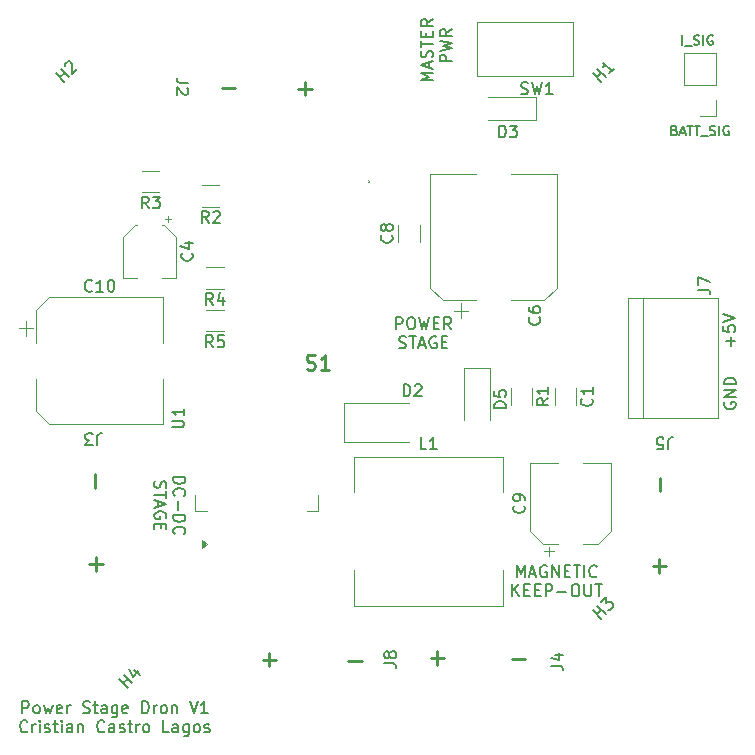
<source format=gbr>
%TF.GenerationSoftware,KiCad,Pcbnew,9.0.5*%
%TF.CreationDate,2025-12-11T06:11:38-03:00*%
%TF.ProjectId,stage power dron_v1,73746167-6520-4706-9f77-65722064726f,rev?*%
%TF.SameCoordinates,Original*%
%TF.FileFunction,Legend,Top*%
%TF.FilePolarity,Positive*%
%FSLAX46Y46*%
G04 Gerber Fmt 4.6, Leading zero omitted, Abs format (unit mm)*
G04 Created by KiCad (PCBNEW 9.0.5) date 2025-12-11 06:11:38*
%MOMM*%
%LPD*%
G01*
G04 APERTURE LIST*
%ADD10C,0.150000*%
%ADD11C,0.250000*%
%ADD12C,0.200000*%
%ADD13C,0.254000*%
%ADD14C,0.120000*%
%ADD15C,0.100000*%
G04 APERTURE END LIST*
D10*
X166209160Y-45994295D02*
X166209160Y-45194295D01*
X166399636Y-46070485D02*
X167009159Y-46070485D01*
X167161540Y-45956200D02*
X167275826Y-45994295D01*
X167275826Y-45994295D02*
X167466302Y-45994295D01*
X167466302Y-45994295D02*
X167542493Y-45956200D01*
X167542493Y-45956200D02*
X167580588Y-45918104D01*
X167580588Y-45918104D02*
X167618683Y-45841914D01*
X167618683Y-45841914D02*
X167618683Y-45765723D01*
X167618683Y-45765723D02*
X167580588Y-45689533D01*
X167580588Y-45689533D02*
X167542493Y-45651438D01*
X167542493Y-45651438D02*
X167466302Y-45613342D01*
X167466302Y-45613342D02*
X167313921Y-45575247D01*
X167313921Y-45575247D02*
X167237731Y-45537152D01*
X167237731Y-45537152D02*
X167199636Y-45499057D01*
X167199636Y-45499057D02*
X167161540Y-45422866D01*
X167161540Y-45422866D02*
X167161540Y-45346676D01*
X167161540Y-45346676D02*
X167199636Y-45270485D01*
X167199636Y-45270485D02*
X167237731Y-45232390D01*
X167237731Y-45232390D02*
X167313921Y-45194295D01*
X167313921Y-45194295D02*
X167504398Y-45194295D01*
X167504398Y-45194295D02*
X167618683Y-45232390D01*
X167961541Y-45994295D02*
X167961541Y-45194295D01*
X168761540Y-45232390D02*
X168685350Y-45194295D01*
X168685350Y-45194295D02*
X168571064Y-45194295D01*
X168571064Y-45194295D02*
X168456778Y-45232390D01*
X168456778Y-45232390D02*
X168380588Y-45308580D01*
X168380588Y-45308580D02*
X168342493Y-45384771D01*
X168342493Y-45384771D02*
X168304397Y-45537152D01*
X168304397Y-45537152D02*
X168304397Y-45651438D01*
X168304397Y-45651438D02*
X168342493Y-45803819D01*
X168342493Y-45803819D02*
X168380588Y-45880009D01*
X168380588Y-45880009D02*
X168456778Y-45956200D01*
X168456778Y-45956200D02*
X168571064Y-45994295D01*
X168571064Y-45994295D02*
X168647255Y-45994295D01*
X168647255Y-45994295D02*
X168761540Y-45956200D01*
X168761540Y-45956200D02*
X168799636Y-45918104D01*
X168799636Y-45918104D02*
X168799636Y-45651438D01*
X168799636Y-45651438D02*
X168647255Y-45651438D01*
D11*
X164312000Y-83808384D02*
X164312000Y-82665527D01*
X163676972Y-90122000D02*
X164819830Y-90122000D01*
X164248401Y-90693428D02*
X164248401Y-89550571D01*
D10*
X165525826Y-53255247D02*
X165640112Y-53293342D01*
X165640112Y-53293342D02*
X165678207Y-53331438D01*
X165678207Y-53331438D02*
X165716303Y-53407628D01*
X165716303Y-53407628D02*
X165716303Y-53521914D01*
X165716303Y-53521914D02*
X165678207Y-53598104D01*
X165678207Y-53598104D02*
X165640112Y-53636200D01*
X165640112Y-53636200D02*
X165563922Y-53674295D01*
X165563922Y-53674295D02*
X165259160Y-53674295D01*
X165259160Y-53674295D02*
X165259160Y-52874295D01*
X165259160Y-52874295D02*
X165525826Y-52874295D01*
X165525826Y-52874295D02*
X165602017Y-52912390D01*
X165602017Y-52912390D02*
X165640112Y-52950485D01*
X165640112Y-52950485D02*
X165678207Y-53026676D01*
X165678207Y-53026676D02*
X165678207Y-53102866D01*
X165678207Y-53102866D02*
X165640112Y-53179057D01*
X165640112Y-53179057D02*
X165602017Y-53217152D01*
X165602017Y-53217152D02*
X165525826Y-53255247D01*
X165525826Y-53255247D02*
X165259160Y-53255247D01*
X166021064Y-53445723D02*
X166402017Y-53445723D01*
X165944874Y-53674295D02*
X166211541Y-52874295D01*
X166211541Y-52874295D02*
X166478207Y-53674295D01*
X166630588Y-52874295D02*
X167087731Y-52874295D01*
X166859159Y-53674295D02*
X166859159Y-52874295D01*
X167240112Y-52874295D02*
X167697255Y-52874295D01*
X167468683Y-53674295D02*
X167468683Y-52874295D01*
X167773446Y-53750485D02*
X168382969Y-53750485D01*
X168535350Y-53636200D02*
X168649636Y-53674295D01*
X168649636Y-53674295D02*
X168840112Y-53674295D01*
X168840112Y-53674295D02*
X168916303Y-53636200D01*
X168916303Y-53636200D02*
X168954398Y-53598104D01*
X168954398Y-53598104D02*
X168992493Y-53521914D01*
X168992493Y-53521914D02*
X168992493Y-53445723D01*
X168992493Y-53445723D02*
X168954398Y-53369533D01*
X168954398Y-53369533D02*
X168916303Y-53331438D01*
X168916303Y-53331438D02*
X168840112Y-53293342D01*
X168840112Y-53293342D02*
X168687731Y-53255247D01*
X168687731Y-53255247D02*
X168611541Y-53217152D01*
X168611541Y-53217152D02*
X168573446Y-53179057D01*
X168573446Y-53179057D02*
X168535350Y-53102866D01*
X168535350Y-53102866D02*
X168535350Y-53026676D01*
X168535350Y-53026676D02*
X168573446Y-52950485D01*
X168573446Y-52950485D02*
X168611541Y-52912390D01*
X168611541Y-52912390D02*
X168687731Y-52874295D01*
X168687731Y-52874295D02*
X168878208Y-52874295D01*
X168878208Y-52874295D02*
X168992493Y-52912390D01*
X169335351Y-53674295D02*
X169335351Y-52874295D01*
X170135350Y-52912390D02*
X170059160Y-52874295D01*
X170059160Y-52874295D02*
X169944874Y-52874295D01*
X169944874Y-52874295D02*
X169830588Y-52912390D01*
X169830588Y-52912390D02*
X169754398Y-52988580D01*
X169754398Y-52988580D02*
X169716303Y-53064771D01*
X169716303Y-53064771D02*
X169678207Y-53217152D01*
X169678207Y-53217152D02*
X169678207Y-53331438D01*
X169678207Y-53331438D02*
X169716303Y-53483819D01*
X169716303Y-53483819D02*
X169754398Y-53560009D01*
X169754398Y-53560009D02*
X169830588Y-53636200D01*
X169830588Y-53636200D02*
X169944874Y-53674295D01*
X169944874Y-53674295D02*
X170021065Y-53674295D01*
X170021065Y-53674295D02*
X170135350Y-53636200D01*
X170135350Y-53636200D02*
X170173446Y-53598104D01*
X170173446Y-53598104D02*
X170173446Y-53331438D01*
X170173446Y-53331438D02*
X170021065Y-53331438D01*
D11*
X116001615Y-89972000D02*
X117144473Y-89972000D01*
X116573044Y-90543428D02*
X116573044Y-89400571D01*
D12*
X152172857Y-91077275D02*
X152172857Y-90077275D01*
X152172857Y-90077275D02*
X152506190Y-90791560D01*
X152506190Y-90791560D02*
X152839523Y-90077275D01*
X152839523Y-90077275D02*
X152839523Y-91077275D01*
X153268095Y-90791560D02*
X153744285Y-90791560D01*
X153172857Y-91077275D02*
X153506190Y-90077275D01*
X153506190Y-90077275D02*
X153839523Y-91077275D01*
X154696666Y-90124894D02*
X154601428Y-90077275D01*
X154601428Y-90077275D02*
X154458571Y-90077275D01*
X154458571Y-90077275D02*
X154315714Y-90124894D01*
X154315714Y-90124894D02*
X154220476Y-90220132D01*
X154220476Y-90220132D02*
X154172857Y-90315370D01*
X154172857Y-90315370D02*
X154125238Y-90505846D01*
X154125238Y-90505846D02*
X154125238Y-90648703D01*
X154125238Y-90648703D02*
X154172857Y-90839179D01*
X154172857Y-90839179D02*
X154220476Y-90934417D01*
X154220476Y-90934417D02*
X154315714Y-91029656D01*
X154315714Y-91029656D02*
X154458571Y-91077275D01*
X154458571Y-91077275D02*
X154553809Y-91077275D01*
X154553809Y-91077275D02*
X154696666Y-91029656D01*
X154696666Y-91029656D02*
X154744285Y-90982036D01*
X154744285Y-90982036D02*
X154744285Y-90648703D01*
X154744285Y-90648703D02*
X154553809Y-90648703D01*
X155172857Y-91077275D02*
X155172857Y-90077275D01*
X155172857Y-90077275D02*
X155744285Y-91077275D01*
X155744285Y-91077275D02*
X155744285Y-90077275D01*
X156220476Y-90553465D02*
X156553809Y-90553465D01*
X156696666Y-91077275D02*
X156220476Y-91077275D01*
X156220476Y-91077275D02*
X156220476Y-90077275D01*
X156220476Y-90077275D02*
X156696666Y-90077275D01*
X156982381Y-90077275D02*
X157553809Y-90077275D01*
X157268095Y-91077275D02*
X157268095Y-90077275D01*
X157887143Y-91077275D02*
X157887143Y-90077275D01*
X158934761Y-90982036D02*
X158887142Y-91029656D01*
X158887142Y-91029656D02*
X158744285Y-91077275D01*
X158744285Y-91077275D02*
X158649047Y-91077275D01*
X158649047Y-91077275D02*
X158506190Y-91029656D01*
X158506190Y-91029656D02*
X158410952Y-90934417D01*
X158410952Y-90934417D02*
X158363333Y-90839179D01*
X158363333Y-90839179D02*
X158315714Y-90648703D01*
X158315714Y-90648703D02*
X158315714Y-90505846D01*
X158315714Y-90505846D02*
X158363333Y-90315370D01*
X158363333Y-90315370D02*
X158410952Y-90220132D01*
X158410952Y-90220132D02*
X158506190Y-90124894D01*
X158506190Y-90124894D02*
X158649047Y-90077275D01*
X158649047Y-90077275D02*
X158744285Y-90077275D01*
X158744285Y-90077275D02*
X158887142Y-90124894D01*
X158887142Y-90124894D02*
X158934761Y-90172513D01*
X151815714Y-92687219D02*
X151815714Y-91687219D01*
X152387142Y-92687219D02*
X151958571Y-92115790D01*
X152387142Y-91687219D02*
X151815714Y-92258647D01*
X152815714Y-92163409D02*
X153149047Y-92163409D01*
X153291904Y-92687219D02*
X152815714Y-92687219D01*
X152815714Y-92687219D02*
X152815714Y-91687219D01*
X152815714Y-91687219D02*
X153291904Y-91687219D01*
X153720476Y-92163409D02*
X154053809Y-92163409D01*
X154196666Y-92687219D02*
X153720476Y-92687219D01*
X153720476Y-92687219D02*
X153720476Y-91687219D01*
X153720476Y-91687219D02*
X154196666Y-91687219D01*
X154625238Y-92687219D02*
X154625238Y-91687219D01*
X154625238Y-91687219D02*
X155006190Y-91687219D01*
X155006190Y-91687219D02*
X155101428Y-91734838D01*
X155101428Y-91734838D02*
X155149047Y-91782457D01*
X155149047Y-91782457D02*
X155196666Y-91877695D01*
X155196666Y-91877695D02*
X155196666Y-92020552D01*
X155196666Y-92020552D02*
X155149047Y-92115790D01*
X155149047Y-92115790D02*
X155101428Y-92163409D01*
X155101428Y-92163409D02*
X155006190Y-92211028D01*
X155006190Y-92211028D02*
X154625238Y-92211028D01*
X155625238Y-92306266D02*
X156387143Y-92306266D01*
X157053809Y-91687219D02*
X157244285Y-91687219D01*
X157244285Y-91687219D02*
X157339523Y-91734838D01*
X157339523Y-91734838D02*
X157434761Y-91830076D01*
X157434761Y-91830076D02*
X157482380Y-92020552D01*
X157482380Y-92020552D02*
X157482380Y-92353885D01*
X157482380Y-92353885D02*
X157434761Y-92544361D01*
X157434761Y-92544361D02*
X157339523Y-92639600D01*
X157339523Y-92639600D02*
X157244285Y-92687219D01*
X157244285Y-92687219D02*
X157053809Y-92687219D01*
X157053809Y-92687219D02*
X156958571Y-92639600D01*
X156958571Y-92639600D02*
X156863333Y-92544361D01*
X156863333Y-92544361D02*
X156815714Y-92353885D01*
X156815714Y-92353885D02*
X156815714Y-92020552D01*
X156815714Y-92020552D02*
X156863333Y-91830076D01*
X156863333Y-91830076D02*
X156958571Y-91734838D01*
X156958571Y-91734838D02*
X157053809Y-91687219D01*
X157910952Y-91687219D02*
X157910952Y-92496742D01*
X157910952Y-92496742D02*
X157958571Y-92591980D01*
X157958571Y-92591980D02*
X158006190Y-92639600D01*
X158006190Y-92639600D02*
X158101428Y-92687219D01*
X158101428Y-92687219D02*
X158291904Y-92687219D01*
X158291904Y-92687219D02*
X158387142Y-92639600D01*
X158387142Y-92639600D02*
X158434761Y-92591980D01*
X158434761Y-92591980D02*
X158482380Y-92496742D01*
X158482380Y-92496742D02*
X158482380Y-91687219D01*
X158815714Y-91687219D02*
X159387142Y-91687219D01*
X159101428Y-92687219D02*
X159101428Y-91687219D01*
X141950476Y-70077275D02*
X141950476Y-69077275D01*
X141950476Y-69077275D02*
X142331428Y-69077275D01*
X142331428Y-69077275D02*
X142426666Y-69124894D01*
X142426666Y-69124894D02*
X142474285Y-69172513D01*
X142474285Y-69172513D02*
X142521904Y-69267751D01*
X142521904Y-69267751D02*
X142521904Y-69410608D01*
X142521904Y-69410608D02*
X142474285Y-69505846D01*
X142474285Y-69505846D02*
X142426666Y-69553465D01*
X142426666Y-69553465D02*
X142331428Y-69601084D01*
X142331428Y-69601084D02*
X141950476Y-69601084D01*
X143140952Y-69077275D02*
X143331428Y-69077275D01*
X143331428Y-69077275D02*
X143426666Y-69124894D01*
X143426666Y-69124894D02*
X143521904Y-69220132D01*
X143521904Y-69220132D02*
X143569523Y-69410608D01*
X143569523Y-69410608D02*
X143569523Y-69743941D01*
X143569523Y-69743941D02*
X143521904Y-69934417D01*
X143521904Y-69934417D02*
X143426666Y-70029656D01*
X143426666Y-70029656D02*
X143331428Y-70077275D01*
X143331428Y-70077275D02*
X143140952Y-70077275D01*
X143140952Y-70077275D02*
X143045714Y-70029656D01*
X143045714Y-70029656D02*
X142950476Y-69934417D01*
X142950476Y-69934417D02*
X142902857Y-69743941D01*
X142902857Y-69743941D02*
X142902857Y-69410608D01*
X142902857Y-69410608D02*
X142950476Y-69220132D01*
X142950476Y-69220132D02*
X143045714Y-69124894D01*
X143045714Y-69124894D02*
X143140952Y-69077275D01*
X143902857Y-69077275D02*
X144140952Y-70077275D01*
X144140952Y-70077275D02*
X144331428Y-69362989D01*
X144331428Y-69362989D02*
X144521904Y-70077275D01*
X144521904Y-70077275D02*
X144760000Y-69077275D01*
X145140952Y-69553465D02*
X145474285Y-69553465D01*
X145617142Y-70077275D02*
X145140952Y-70077275D01*
X145140952Y-70077275D02*
X145140952Y-69077275D01*
X145140952Y-69077275D02*
X145617142Y-69077275D01*
X146617142Y-70077275D02*
X146283809Y-69601084D01*
X146045714Y-70077275D02*
X146045714Y-69077275D01*
X146045714Y-69077275D02*
X146426666Y-69077275D01*
X146426666Y-69077275D02*
X146521904Y-69124894D01*
X146521904Y-69124894D02*
X146569523Y-69172513D01*
X146569523Y-69172513D02*
X146617142Y-69267751D01*
X146617142Y-69267751D02*
X146617142Y-69410608D01*
X146617142Y-69410608D02*
X146569523Y-69505846D01*
X146569523Y-69505846D02*
X146521904Y-69553465D01*
X146521904Y-69553465D02*
X146426666Y-69601084D01*
X146426666Y-69601084D02*
X146045714Y-69601084D01*
X142212381Y-71639600D02*
X142355238Y-71687219D01*
X142355238Y-71687219D02*
X142593333Y-71687219D01*
X142593333Y-71687219D02*
X142688571Y-71639600D01*
X142688571Y-71639600D02*
X142736190Y-71591980D01*
X142736190Y-71591980D02*
X142783809Y-71496742D01*
X142783809Y-71496742D02*
X142783809Y-71401504D01*
X142783809Y-71401504D02*
X142736190Y-71306266D01*
X142736190Y-71306266D02*
X142688571Y-71258647D01*
X142688571Y-71258647D02*
X142593333Y-71211028D01*
X142593333Y-71211028D02*
X142402857Y-71163409D01*
X142402857Y-71163409D02*
X142307619Y-71115790D01*
X142307619Y-71115790D02*
X142260000Y-71068171D01*
X142260000Y-71068171D02*
X142212381Y-70972933D01*
X142212381Y-70972933D02*
X142212381Y-70877695D01*
X142212381Y-70877695D02*
X142260000Y-70782457D01*
X142260000Y-70782457D02*
X142307619Y-70734838D01*
X142307619Y-70734838D02*
X142402857Y-70687219D01*
X142402857Y-70687219D02*
X142640952Y-70687219D01*
X142640952Y-70687219D02*
X142783809Y-70734838D01*
X143069524Y-70687219D02*
X143640952Y-70687219D01*
X143355238Y-71687219D02*
X143355238Y-70687219D01*
X143926667Y-71401504D02*
X144402857Y-71401504D01*
X143831429Y-71687219D02*
X144164762Y-70687219D01*
X144164762Y-70687219D02*
X144498095Y-71687219D01*
X145355238Y-70734838D02*
X145260000Y-70687219D01*
X145260000Y-70687219D02*
X145117143Y-70687219D01*
X145117143Y-70687219D02*
X144974286Y-70734838D01*
X144974286Y-70734838D02*
X144879048Y-70830076D01*
X144879048Y-70830076D02*
X144831429Y-70925314D01*
X144831429Y-70925314D02*
X144783810Y-71115790D01*
X144783810Y-71115790D02*
X144783810Y-71258647D01*
X144783810Y-71258647D02*
X144831429Y-71449123D01*
X144831429Y-71449123D02*
X144879048Y-71544361D01*
X144879048Y-71544361D02*
X144974286Y-71639600D01*
X144974286Y-71639600D02*
X145117143Y-71687219D01*
X145117143Y-71687219D02*
X145212381Y-71687219D01*
X145212381Y-71687219D02*
X145355238Y-71639600D01*
X145355238Y-71639600D02*
X145402857Y-71591980D01*
X145402857Y-71591980D02*
X145402857Y-71258647D01*
X145402857Y-71258647D02*
X145212381Y-71258647D01*
X145831429Y-71163409D02*
X146164762Y-71163409D01*
X146307619Y-71687219D02*
X145831429Y-71687219D01*
X145831429Y-71687219D02*
X145831429Y-70687219D01*
X145831429Y-70687219D02*
X146307619Y-70687219D01*
D11*
X116462000Y-83498384D02*
X116462000Y-82355527D01*
D10*
X169782438Y-76271904D02*
X169734819Y-76367142D01*
X169734819Y-76367142D02*
X169734819Y-76509999D01*
X169734819Y-76509999D02*
X169782438Y-76652856D01*
X169782438Y-76652856D02*
X169877676Y-76748094D01*
X169877676Y-76748094D02*
X169972914Y-76795713D01*
X169972914Y-76795713D02*
X170163390Y-76843332D01*
X170163390Y-76843332D02*
X170306247Y-76843332D01*
X170306247Y-76843332D02*
X170496723Y-76795713D01*
X170496723Y-76795713D02*
X170591961Y-76748094D01*
X170591961Y-76748094D02*
X170687200Y-76652856D01*
X170687200Y-76652856D02*
X170734819Y-76509999D01*
X170734819Y-76509999D02*
X170734819Y-76414761D01*
X170734819Y-76414761D02*
X170687200Y-76271904D01*
X170687200Y-76271904D02*
X170639580Y-76224285D01*
X170639580Y-76224285D02*
X170306247Y-76224285D01*
X170306247Y-76224285D02*
X170306247Y-76414761D01*
X170734819Y-75795713D02*
X169734819Y-75795713D01*
X169734819Y-75795713D02*
X170734819Y-75224285D01*
X170734819Y-75224285D02*
X169734819Y-75224285D01*
X170734819Y-74748094D02*
X169734819Y-74748094D01*
X169734819Y-74748094D02*
X169734819Y-74509999D01*
X169734819Y-74509999D02*
X169782438Y-74367142D01*
X169782438Y-74367142D02*
X169877676Y-74271904D01*
X169877676Y-74271904D02*
X169972914Y-74224285D01*
X169972914Y-74224285D02*
X170163390Y-74176666D01*
X170163390Y-74176666D02*
X170306247Y-74176666D01*
X170306247Y-74176666D02*
X170496723Y-74224285D01*
X170496723Y-74224285D02*
X170591961Y-74271904D01*
X170591961Y-74271904D02*
X170687200Y-74367142D01*
X170687200Y-74367142D02*
X170734819Y-74509999D01*
X170734819Y-74509999D02*
X170734819Y-74748094D01*
D11*
X151751615Y-98032000D02*
X152894473Y-98032000D01*
X130661615Y-98062000D02*
X131804473Y-98062000D01*
X131233044Y-98633428D02*
X131233044Y-97490571D01*
D10*
X170293866Y-71495713D02*
X170293866Y-70733809D01*
X170674819Y-71114761D02*
X169912914Y-71114761D01*
X169674819Y-69781428D02*
X169674819Y-70257618D01*
X169674819Y-70257618D02*
X170151009Y-70305237D01*
X170151009Y-70305237D02*
X170103390Y-70257618D01*
X170103390Y-70257618D02*
X170055771Y-70162380D01*
X170055771Y-70162380D02*
X170055771Y-69924285D01*
X170055771Y-69924285D02*
X170103390Y-69829047D01*
X170103390Y-69829047D02*
X170151009Y-69781428D01*
X170151009Y-69781428D02*
X170246247Y-69733809D01*
X170246247Y-69733809D02*
X170484342Y-69733809D01*
X170484342Y-69733809D02*
X170579580Y-69781428D01*
X170579580Y-69781428D02*
X170627200Y-69829047D01*
X170627200Y-69829047D02*
X170674819Y-69924285D01*
X170674819Y-69924285D02*
X170674819Y-70162380D01*
X170674819Y-70162380D02*
X170627200Y-70257618D01*
X170627200Y-70257618D02*
X170579580Y-70305237D01*
X169674819Y-69448094D02*
X170674819Y-69114761D01*
X170674819Y-69114761D02*
X169674819Y-68781428D01*
D11*
X127191615Y-49672000D02*
X128334473Y-49672000D01*
X133681615Y-49712000D02*
X134824473Y-49712000D01*
X134253044Y-50283428D02*
X134253044Y-49140571D01*
X144881615Y-97912000D02*
X146024473Y-97912000D01*
X145453044Y-98483428D02*
X145453044Y-97340571D01*
D12*
X123112724Y-82599048D02*
X124112724Y-82599048D01*
X124112724Y-82599048D02*
X124112724Y-82837143D01*
X124112724Y-82837143D02*
X124065105Y-82980000D01*
X124065105Y-82980000D02*
X123969867Y-83075238D01*
X123969867Y-83075238D02*
X123874629Y-83122857D01*
X123874629Y-83122857D02*
X123684153Y-83170476D01*
X123684153Y-83170476D02*
X123541296Y-83170476D01*
X123541296Y-83170476D02*
X123350820Y-83122857D01*
X123350820Y-83122857D02*
X123255582Y-83075238D01*
X123255582Y-83075238D02*
X123160344Y-82980000D01*
X123160344Y-82980000D02*
X123112724Y-82837143D01*
X123112724Y-82837143D02*
X123112724Y-82599048D01*
X123207963Y-84170476D02*
X123160344Y-84122857D01*
X123160344Y-84122857D02*
X123112724Y-83980000D01*
X123112724Y-83980000D02*
X123112724Y-83884762D01*
X123112724Y-83884762D02*
X123160344Y-83741905D01*
X123160344Y-83741905D02*
X123255582Y-83646667D01*
X123255582Y-83646667D02*
X123350820Y-83599048D01*
X123350820Y-83599048D02*
X123541296Y-83551429D01*
X123541296Y-83551429D02*
X123684153Y-83551429D01*
X123684153Y-83551429D02*
X123874629Y-83599048D01*
X123874629Y-83599048D02*
X123969867Y-83646667D01*
X123969867Y-83646667D02*
X124065105Y-83741905D01*
X124065105Y-83741905D02*
X124112724Y-83884762D01*
X124112724Y-83884762D02*
X124112724Y-83980000D01*
X124112724Y-83980000D02*
X124065105Y-84122857D01*
X124065105Y-84122857D02*
X124017486Y-84170476D01*
X123493677Y-84599048D02*
X123493677Y-85360953D01*
X123112724Y-85837143D02*
X124112724Y-85837143D01*
X124112724Y-85837143D02*
X124112724Y-86075238D01*
X124112724Y-86075238D02*
X124065105Y-86218095D01*
X124065105Y-86218095D02*
X123969867Y-86313333D01*
X123969867Y-86313333D02*
X123874629Y-86360952D01*
X123874629Y-86360952D02*
X123684153Y-86408571D01*
X123684153Y-86408571D02*
X123541296Y-86408571D01*
X123541296Y-86408571D02*
X123350820Y-86360952D01*
X123350820Y-86360952D02*
X123255582Y-86313333D01*
X123255582Y-86313333D02*
X123160344Y-86218095D01*
X123160344Y-86218095D02*
X123112724Y-86075238D01*
X123112724Y-86075238D02*
X123112724Y-85837143D01*
X123207963Y-87408571D02*
X123160344Y-87360952D01*
X123160344Y-87360952D02*
X123112724Y-87218095D01*
X123112724Y-87218095D02*
X123112724Y-87122857D01*
X123112724Y-87122857D02*
X123160344Y-86980000D01*
X123160344Y-86980000D02*
X123255582Y-86884762D01*
X123255582Y-86884762D02*
X123350820Y-86837143D01*
X123350820Y-86837143D02*
X123541296Y-86789524D01*
X123541296Y-86789524D02*
X123684153Y-86789524D01*
X123684153Y-86789524D02*
X123874629Y-86837143D01*
X123874629Y-86837143D02*
X123969867Y-86884762D01*
X123969867Y-86884762D02*
X124065105Y-86980000D01*
X124065105Y-86980000D02*
X124112724Y-87122857D01*
X124112724Y-87122857D02*
X124112724Y-87218095D01*
X124112724Y-87218095D02*
X124065105Y-87360952D01*
X124065105Y-87360952D02*
X124017486Y-87408571D01*
X121550400Y-82932381D02*
X121502780Y-83075238D01*
X121502780Y-83075238D02*
X121502780Y-83313333D01*
X121502780Y-83313333D02*
X121550400Y-83408571D01*
X121550400Y-83408571D02*
X121598019Y-83456190D01*
X121598019Y-83456190D02*
X121693257Y-83503809D01*
X121693257Y-83503809D02*
X121788495Y-83503809D01*
X121788495Y-83503809D02*
X121883733Y-83456190D01*
X121883733Y-83456190D02*
X121931352Y-83408571D01*
X121931352Y-83408571D02*
X121978971Y-83313333D01*
X121978971Y-83313333D02*
X122026590Y-83122857D01*
X122026590Y-83122857D02*
X122074209Y-83027619D01*
X122074209Y-83027619D02*
X122121828Y-82980000D01*
X122121828Y-82980000D02*
X122217066Y-82932381D01*
X122217066Y-82932381D02*
X122312304Y-82932381D01*
X122312304Y-82932381D02*
X122407542Y-82980000D01*
X122407542Y-82980000D02*
X122455161Y-83027619D01*
X122455161Y-83027619D02*
X122502780Y-83122857D01*
X122502780Y-83122857D02*
X122502780Y-83360952D01*
X122502780Y-83360952D02*
X122455161Y-83503809D01*
X122502780Y-83789524D02*
X122502780Y-84360952D01*
X121502780Y-84075238D02*
X122502780Y-84075238D01*
X121788495Y-84646667D02*
X121788495Y-85122857D01*
X121502780Y-84551429D02*
X122502780Y-84884762D01*
X122502780Y-84884762D02*
X121502780Y-85218095D01*
X122455161Y-86075238D02*
X122502780Y-85980000D01*
X122502780Y-85980000D02*
X122502780Y-85837143D01*
X122502780Y-85837143D02*
X122455161Y-85694286D01*
X122455161Y-85694286D02*
X122359923Y-85599048D01*
X122359923Y-85599048D02*
X122264685Y-85551429D01*
X122264685Y-85551429D02*
X122074209Y-85503810D01*
X122074209Y-85503810D02*
X121931352Y-85503810D01*
X121931352Y-85503810D02*
X121740876Y-85551429D01*
X121740876Y-85551429D02*
X121645638Y-85599048D01*
X121645638Y-85599048D02*
X121550400Y-85694286D01*
X121550400Y-85694286D02*
X121502780Y-85837143D01*
X121502780Y-85837143D02*
X121502780Y-85932381D01*
X121502780Y-85932381D02*
X121550400Y-86075238D01*
X121550400Y-86075238D02*
X121598019Y-86122857D01*
X121598019Y-86122857D02*
X121931352Y-86122857D01*
X121931352Y-86122857D02*
X121931352Y-85932381D01*
X122026590Y-86551429D02*
X122026590Y-86884762D01*
X121502780Y-87027619D02*
X121502780Y-86551429D01*
X121502780Y-86551429D02*
X122502780Y-86551429D01*
X122502780Y-86551429D02*
X122502780Y-87027619D01*
D11*
X137901615Y-98132000D02*
X139044473Y-98132000D01*
D12*
X145057275Y-49022380D02*
X144057275Y-49022380D01*
X144057275Y-49022380D02*
X144771560Y-48689047D01*
X144771560Y-48689047D02*
X144057275Y-48355714D01*
X144057275Y-48355714D02*
X145057275Y-48355714D01*
X144771560Y-47927142D02*
X144771560Y-47450952D01*
X145057275Y-48022380D02*
X144057275Y-47689047D01*
X144057275Y-47689047D02*
X145057275Y-47355714D01*
X145009656Y-47069999D02*
X145057275Y-46927142D01*
X145057275Y-46927142D02*
X145057275Y-46689047D01*
X145057275Y-46689047D02*
X145009656Y-46593809D01*
X145009656Y-46593809D02*
X144962036Y-46546190D01*
X144962036Y-46546190D02*
X144866798Y-46498571D01*
X144866798Y-46498571D02*
X144771560Y-46498571D01*
X144771560Y-46498571D02*
X144676322Y-46546190D01*
X144676322Y-46546190D02*
X144628703Y-46593809D01*
X144628703Y-46593809D02*
X144581084Y-46689047D01*
X144581084Y-46689047D02*
X144533465Y-46879523D01*
X144533465Y-46879523D02*
X144485846Y-46974761D01*
X144485846Y-46974761D02*
X144438227Y-47022380D01*
X144438227Y-47022380D02*
X144342989Y-47069999D01*
X144342989Y-47069999D02*
X144247751Y-47069999D01*
X144247751Y-47069999D02*
X144152513Y-47022380D01*
X144152513Y-47022380D02*
X144104894Y-46974761D01*
X144104894Y-46974761D02*
X144057275Y-46879523D01*
X144057275Y-46879523D02*
X144057275Y-46641428D01*
X144057275Y-46641428D02*
X144104894Y-46498571D01*
X144057275Y-46212856D02*
X144057275Y-45641428D01*
X145057275Y-45927142D02*
X144057275Y-45927142D01*
X144533465Y-45308094D02*
X144533465Y-44974761D01*
X145057275Y-44831904D02*
X145057275Y-45308094D01*
X145057275Y-45308094D02*
X144057275Y-45308094D01*
X144057275Y-45308094D02*
X144057275Y-44831904D01*
X145057275Y-43831904D02*
X144581084Y-44165237D01*
X145057275Y-44403332D02*
X144057275Y-44403332D01*
X144057275Y-44403332D02*
X144057275Y-44022380D01*
X144057275Y-44022380D02*
X144104894Y-43927142D01*
X144104894Y-43927142D02*
X144152513Y-43879523D01*
X144152513Y-43879523D02*
X144247751Y-43831904D01*
X144247751Y-43831904D02*
X144390608Y-43831904D01*
X144390608Y-43831904D02*
X144485846Y-43879523D01*
X144485846Y-43879523D02*
X144533465Y-43927142D01*
X144533465Y-43927142D02*
X144581084Y-44022380D01*
X144581084Y-44022380D02*
X144581084Y-44403332D01*
X146667219Y-47403332D02*
X145667219Y-47403332D01*
X145667219Y-47403332D02*
X145667219Y-47022380D01*
X145667219Y-47022380D02*
X145714838Y-46927142D01*
X145714838Y-46927142D02*
X145762457Y-46879523D01*
X145762457Y-46879523D02*
X145857695Y-46831904D01*
X145857695Y-46831904D02*
X146000552Y-46831904D01*
X146000552Y-46831904D02*
X146095790Y-46879523D01*
X146095790Y-46879523D02*
X146143409Y-46927142D01*
X146143409Y-46927142D02*
X146191028Y-47022380D01*
X146191028Y-47022380D02*
X146191028Y-47403332D01*
X145667219Y-46498570D02*
X146667219Y-46260475D01*
X146667219Y-46260475D02*
X145952933Y-46069999D01*
X145952933Y-46069999D02*
X146667219Y-45879523D01*
X146667219Y-45879523D02*
X145667219Y-45641428D01*
X146667219Y-44689047D02*
X146191028Y-45022380D01*
X146667219Y-45260475D02*
X145667219Y-45260475D01*
X145667219Y-45260475D02*
X145667219Y-44879523D01*
X145667219Y-44879523D02*
X145714838Y-44784285D01*
X145714838Y-44784285D02*
X145762457Y-44736666D01*
X145762457Y-44736666D02*
X145857695Y-44689047D01*
X145857695Y-44689047D02*
X146000552Y-44689047D01*
X146000552Y-44689047D02*
X146095790Y-44736666D01*
X146095790Y-44736666D02*
X146143409Y-44784285D01*
X146143409Y-44784285D02*
X146191028Y-44879523D01*
X146191028Y-44879523D02*
X146191028Y-45260475D01*
D10*
X110306665Y-102589847D02*
X110306665Y-101589847D01*
X110306665Y-101589847D02*
X110687617Y-101589847D01*
X110687617Y-101589847D02*
X110782855Y-101637466D01*
X110782855Y-101637466D02*
X110830474Y-101685085D01*
X110830474Y-101685085D02*
X110878093Y-101780323D01*
X110878093Y-101780323D02*
X110878093Y-101923180D01*
X110878093Y-101923180D02*
X110830474Y-102018418D01*
X110830474Y-102018418D02*
X110782855Y-102066037D01*
X110782855Y-102066037D02*
X110687617Y-102113656D01*
X110687617Y-102113656D02*
X110306665Y-102113656D01*
X111449522Y-102589847D02*
X111354284Y-102542228D01*
X111354284Y-102542228D02*
X111306665Y-102494608D01*
X111306665Y-102494608D02*
X111259046Y-102399370D01*
X111259046Y-102399370D02*
X111259046Y-102113656D01*
X111259046Y-102113656D02*
X111306665Y-102018418D01*
X111306665Y-102018418D02*
X111354284Y-101970799D01*
X111354284Y-101970799D02*
X111449522Y-101923180D01*
X111449522Y-101923180D02*
X111592379Y-101923180D01*
X111592379Y-101923180D02*
X111687617Y-101970799D01*
X111687617Y-101970799D02*
X111735236Y-102018418D01*
X111735236Y-102018418D02*
X111782855Y-102113656D01*
X111782855Y-102113656D02*
X111782855Y-102399370D01*
X111782855Y-102399370D02*
X111735236Y-102494608D01*
X111735236Y-102494608D02*
X111687617Y-102542228D01*
X111687617Y-102542228D02*
X111592379Y-102589847D01*
X111592379Y-102589847D02*
X111449522Y-102589847D01*
X112116189Y-101923180D02*
X112306665Y-102589847D01*
X112306665Y-102589847D02*
X112497141Y-102113656D01*
X112497141Y-102113656D02*
X112687617Y-102589847D01*
X112687617Y-102589847D02*
X112878093Y-101923180D01*
X113639998Y-102542228D02*
X113544760Y-102589847D01*
X113544760Y-102589847D02*
X113354284Y-102589847D01*
X113354284Y-102589847D02*
X113259046Y-102542228D01*
X113259046Y-102542228D02*
X113211427Y-102446989D01*
X113211427Y-102446989D02*
X113211427Y-102066037D01*
X113211427Y-102066037D02*
X113259046Y-101970799D01*
X113259046Y-101970799D02*
X113354284Y-101923180D01*
X113354284Y-101923180D02*
X113544760Y-101923180D01*
X113544760Y-101923180D02*
X113639998Y-101970799D01*
X113639998Y-101970799D02*
X113687617Y-102066037D01*
X113687617Y-102066037D02*
X113687617Y-102161275D01*
X113687617Y-102161275D02*
X113211427Y-102256513D01*
X114116189Y-102589847D02*
X114116189Y-101923180D01*
X114116189Y-102113656D02*
X114163808Y-102018418D01*
X114163808Y-102018418D02*
X114211427Y-101970799D01*
X114211427Y-101970799D02*
X114306665Y-101923180D01*
X114306665Y-101923180D02*
X114401903Y-101923180D01*
X115449523Y-102542228D02*
X115592380Y-102589847D01*
X115592380Y-102589847D02*
X115830475Y-102589847D01*
X115830475Y-102589847D02*
X115925713Y-102542228D01*
X115925713Y-102542228D02*
X115973332Y-102494608D01*
X115973332Y-102494608D02*
X116020951Y-102399370D01*
X116020951Y-102399370D02*
X116020951Y-102304132D01*
X116020951Y-102304132D02*
X115973332Y-102208894D01*
X115973332Y-102208894D02*
X115925713Y-102161275D01*
X115925713Y-102161275D02*
X115830475Y-102113656D01*
X115830475Y-102113656D02*
X115639999Y-102066037D01*
X115639999Y-102066037D02*
X115544761Y-102018418D01*
X115544761Y-102018418D02*
X115497142Y-101970799D01*
X115497142Y-101970799D02*
X115449523Y-101875561D01*
X115449523Y-101875561D02*
X115449523Y-101780323D01*
X115449523Y-101780323D02*
X115497142Y-101685085D01*
X115497142Y-101685085D02*
X115544761Y-101637466D01*
X115544761Y-101637466D02*
X115639999Y-101589847D01*
X115639999Y-101589847D02*
X115878094Y-101589847D01*
X115878094Y-101589847D02*
X116020951Y-101637466D01*
X116306666Y-101923180D02*
X116687618Y-101923180D01*
X116449523Y-101589847D02*
X116449523Y-102446989D01*
X116449523Y-102446989D02*
X116497142Y-102542228D01*
X116497142Y-102542228D02*
X116592380Y-102589847D01*
X116592380Y-102589847D02*
X116687618Y-102589847D01*
X117449523Y-102589847D02*
X117449523Y-102066037D01*
X117449523Y-102066037D02*
X117401904Y-101970799D01*
X117401904Y-101970799D02*
X117306666Y-101923180D01*
X117306666Y-101923180D02*
X117116190Y-101923180D01*
X117116190Y-101923180D02*
X117020952Y-101970799D01*
X117449523Y-102542228D02*
X117354285Y-102589847D01*
X117354285Y-102589847D02*
X117116190Y-102589847D01*
X117116190Y-102589847D02*
X117020952Y-102542228D01*
X117020952Y-102542228D02*
X116973333Y-102446989D01*
X116973333Y-102446989D02*
X116973333Y-102351751D01*
X116973333Y-102351751D02*
X117020952Y-102256513D01*
X117020952Y-102256513D02*
X117116190Y-102208894D01*
X117116190Y-102208894D02*
X117354285Y-102208894D01*
X117354285Y-102208894D02*
X117449523Y-102161275D01*
X118354285Y-101923180D02*
X118354285Y-102732704D01*
X118354285Y-102732704D02*
X118306666Y-102827942D01*
X118306666Y-102827942D02*
X118259047Y-102875561D01*
X118259047Y-102875561D02*
X118163809Y-102923180D01*
X118163809Y-102923180D02*
X118020952Y-102923180D01*
X118020952Y-102923180D02*
X117925714Y-102875561D01*
X118354285Y-102542228D02*
X118259047Y-102589847D01*
X118259047Y-102589847D02*
X118068571Y-102589847D01*
X118068571Y-102589847D02*
X117973333Y-102542228D01*
X117973333Y-102542228D02*
X117925714Y-102494608D01*
X117925714Y-102494608D02*
X117878095Y-102399370D01*
X117878095Y-102399370D02*
X117878095Y-102113656D01*
X117878095Y-102113656D02*
X117925714Y-102018418D01*
X117925714Y-102018418D02*
X117973333Y-101970799D01*
X117973333Y-101970799D02*
X118068571Y-101923180D01*
X118068571Y-101923180D02*
X118259047Y-101923180D01*
X118259047Y-101923180D02*
X118354285Y-101970799D01*
X119211428Y-102542228D02*
X119116190Y-102589847D01*
X119116190Y-102589847D02*
X118925714Y-102589847D01*
X118925714Y-102589847D02*
X118830476Y-102542228D01*
X118830476Y-102542228D02*
X118782857Y-102446989D01*
X118782857Y-102446989D02*
X118782857Y-102066037D01*
X118782857Y-102066037D02*
X118830476Y-101970799D01*
X118830476Y-101970799D02*
X118925714Y-101923180D01*
X118925714Y-101923180D02*
X119116190Y-101923180D01*
X119116190Y-101923180D02*
X119211428Y-101970799D01*
X119211428Y-101970799D02*
X119259047Y-102066037D01*
X119259047Y-102066037D02*
X119259047Y-102161275D01*
X119259047Y-102161275D02*
X118782857Y-102256513D01*
X120449524Y-102589847D02*
X120449524Y-101589847D01*
X120449524Y-101589847D02*
X120687619Y-101589847D01*
X120687619Y-101589847D02*
X120830476Y-101637466D01*
X120830476Y-101637466D02*
X120925714Y-101732704D01*
X120925714Y-101732704D02*
X120973333Y-101827942D01*
X120973333Y-101827942D02*
X121020952Y-102018418D01*
X121020952Y-102018418D02*
X121020952Y-102161275D01*
X121020952Y-102161275D02*
X120973333Y-102351751D01*
X120973333Y-102351751D02*
X120925714Y-102446989D01*
X120925714Y-102446989D02*
X120830476Y-102542228D01*
X120830476Y-102542228D02*
X120687619Y-102589847D01*
X120687619Y-102589847D02*
X120449524Y-102589847D01*
X121449524Y-102589847D02*
X121449524Y-101923180D01*
X121449524Y-102113656D02*
X121497143Y-102018418D01*
X121497143Y-102018418D02*
X121544762Y-101970799D01*
X121544762Y-101970799D02*
X121640000Y-101923180D01*
X121640000Y-101923180D02*
X121735238Y-101923180D01*
X122211429Y-102589847D02*
X122116191Y-102542228D01*
X122116191Y-102542228D02*
X122068572Y-102494608D01*
X122068572Y-102494608D02*
X122020953Y-102399370D01*
X122020953Y-102399370D02*
X122020953Y-102113656D01*
X122020953Y-102113656D02*
X122068572Y-102018418D01*
X122068572Y-102018418D02*
X122116191Y-101970799D01*
X122116191Y-101970799D02*
X122211429Y-101923180D01*
X122211429Y-101923180D02*
X122354286Y-101923180D01*
X122354286Y-101923180D02*
X122449524Y-101970799D01*
X122449524Y-101970799D02*
X122497143Y-102018418D01*
X122497143Y-102018418D02*
X122544762Y-102113656D01*
X122544762Y-102113656D02*
X122544762Y-102399370D01*
X122544762Y-102399370D02*
X122497143Y-102494608D01*
X122497143Y-102494608D02*
X122449524Y-102542228D01*
X122449524Y-102542228D02*
X122354286Y-102589847D01*
X122354286Y-102589847D02*
X122211429Y-102589847D01*
X122973334Y-101923180D02*
X122973334Y-102589847D01*
X122973334Y-102018418D02*
X123020953Y-101970799D01*
X123020953Y-101970799D02*
X123116191Y-101923180D01*
X123116191Y-101923180D02*
X123259048Y-101923180D01*
X123259048Y-101923180D02*
X123354286Y-101970799D01*
X123354286Y-101970799D02*
X123401905Y-102066037D01*
X123401905Y-102066037D02*
X123401905Y-102589847D01*
X124497144Y-101589847D02*
X124830477Y-102589847D01*
X124830477Y-102589847D02*
X125163810Y-101589847D01*
X126020953Y-102589847D02*
X125449525Y-102589847D01*
X125735239Y-102589847D02*
X125735239Y-101589847D01*
X125735239Y-101589847D02*
X125640001Y-101732704D01*
X125640001Y-101732704D02*
X125544763Y-101827942D01*
X125544763Y-101827942D02*
X125449525Y-101875561D01*
X110735236Y-104104552D02*
X110687617Y-104152172D01*
X110687617Y-104152172D02*
X110544760Y-104199791D01*
X110544760Y-104199791D02*
X110449522Y-104199791D01*
X110449522Y-104199791D02*
X110306665Y-104152172D01*
X110306665Y-104152172D02*
X110211427Y-104056933D01*
X110211427Y-104056933D02*
X110163808Y-103961695D01*
X110163808Y-103961695D02*
X110116189Y-103771219D01*
X110116189Y-103771219D02*
X110116189Y-103628362D01*
X110116189Y-103628362D02*
X110163808Y-103437886D01*
X110163808Y-103437886D02*
X110211427Y-103342648D01*
X110211427Y-103342648D02*
X110306665Y-103247410D01*
X110306665Y-103247410D02*
X110449522Y-103199791D01*
X110449522Y-103199791D02*
X110544760Y-103199791D01*
X110544760Y-103199791D02*
X110687617Y-103247410D01*
X110687617Y-103247410D02*
X110735236Y-103295029D01*
X111163808Y-104199791D02*
X111163808Y-103533124D01*
X111163808Y-103723600D02*
X111211427Y-103628362D01*
X111211427Y-103628362D02*
X111259046Y-103580743D01*
X111259046Y-103580743D02*
X111354284Y-103533124D01*
X111354284Y-103533124D02*
X111449522Y-103533124D01*
X111782856Y-104199791D02*
X111782856Y-103533124D01*
X111782856Y-103199791D02*
X111735237Y-103247410D01*
X111735237Y-103247410D02*
X111782856Y-103295029D01*
X111782856Y-103295029D02*
X111830475Y-103247410D01*
X111830475Y-103247410D02*
X111782856Y-103199791D01*
X111782856Y-103199791D02*
X111782856Y-103295029D01*
X112211427Y-104152172D02*
X112306665Y-104199791D01*
X112306665Y-104199791D02*
X112497141Y-104199791D01*
X112497141Y-104199791D02*
X112592379Y-104152172D01*
X112592379Y-104152172D02*
X112639998Y-104056933D01*
X112639998Y-104056933D02*
X112639998Y-104009314D01*
X112639998Y-104009314D02*
X112592379Y-103914076D01*
X112592379Y-103914076D02*
X112497141Y-103866457D01*
X112497141Y-103866457D02*
X112354284Y-103866457D01*
X112354284Y-103866457D02*
X112259046Y-103818838D01*
X112259046Y-103818838D02*
X112211427Y-103723600D01*
X112211427Y-103723600D02*
X112211427Y-103675981D01*
X112211427Y-103675981D02*
X112259046Y-103580743D01*
X112259046Y-103580743D02*
X112354284Y-103533124D01*
X112354284Y-103533124D02*
X112497141Y-103533124D01*
X112497141Y-103533124D02*
X112592379Y-103580743D01*
X112925713Y-103533124D02*
X113306665Y-103533124D01*
X113068570Y-103199791D02*
X113068570Y-104056933D01*
X113068570Y-104056933D02*
X113116189Y-104152172D01*
X113116189Y-104152172D02*
X113211427Y-104199791D01*
X113211427Y-104199791D02*
X113306665Y-104199791D01*
X113639999Y-104199791D02*
X113639999Y-103533124D01*
X113639999Y-103199791D02*
X113592380Y-103247410D01*
X113592380Y-103247410D02*
X113639999Y-103295029D01*
X113639999Y-103295029D02*
X113687618Y-103247410D01*
X113687618Y-103247410D02*
X113639999Y-103199791D01*
X113639999Y-103199791D02*
X113639999Y-103295029D01*
X114544760Y-104199791D02*
X114544760Y-103675981D01*
X114544760Y-103675981D02*
X114497141Y-103580743D01*
X114497141Y-103580743D02*
X114401903Y-103533124D01*
X114401903Y-103533124D02*
X114211427Y-103533124D01*
X114211427Y-103533124D02*
X114116189Y-103580743D01*
X114544760Y-104152172D02*
X114449522Y-104199791D01*
X114449522Y-104199791D02*
X114211427Y-104199791D01*
X114211427Y-104199791D02*
X114116189Y-104152172D01*
X114116189Y-104152172D02*
X114068570Y-104056933D01*
X114068570Y-104056933D02*
X114068570Y-103961695D01*
X114068570Y-103961695D02*
X114116189Y-103866457D01*
X114116189Y-103866457D02*
X114211427Y-103818838D01*
X114211427Y-103818838D02*
X114449522Y-103818838D01*
X114449522Y-103818838D02*
X114544760Y-103771219D01*
X115020951Y-103533124D02*
X115020951Y-104199791D01*
X115020951Y-103628362D02*
X115068570Y-103580743D01*
X115068570Y-103580743D02*
X115163808Y-103533124D01*
X115163808Y-103533124D02*
X115306665Y-103533124D01*
X115306665Y-103533124D02*
X115401903Y-103580743D01*
X115401903Y-103580743D02*
X115449522Y-103675981D01*
X115449522Y-103675981D02*
X115449522Y-104199791D01*
X117259046Y-104104552D02*
X117211427Y-104152172D01*
X117211427Y-104152172D02*
X117068570Y-104199791D01*
X117068570Y-104199791D02*
X116973332Y-104199791D01*
X116973332Y-104199791D02*
X116830475Y-104152172D01*
X116830475Y-104152172D02*
X116735237Y-104056933D01*
X116735237Y-104056933D02*
X116687618Y-103961695D01*
X116687618Y-103961695D02*
X116639999Y-103771219D01*
X116639999Y-103771219D02*
X116639999Y-103628362D01*
X116639999Y-103628362D02*
X116687618Y-103437886D01*
X116687618Y-103437886D02*
X116735237Y-103342648D01*
X116735237Y-103342648D02*
X116830475Y-103247410D01*
X116830475Y-103247410D02*
X116973332Y-103199791D01*
X116973332Y-103199791D02*
X117068570Y-103199791D01*
X117068570Y-103199791D02*
X117211427Y-103247410D01*
X117211427Y-103247410D02*
X117259046Y-103295029D01*
X118116189Y-104199791D02*
X118116189Y-103675981D01*
X118116189Y-103675981D02*
X118068570Y-103580743D01*
X118068570Y-103580743D02*
X117973332Y-103533124D01*
X117973332Y-103533124D02*
X117782856Y-103533124D01*
X117782856Y-103533124D02*
X117687618Y-103580743D01*
X118116189Y-104152172D02*
X118020951Y-104199791D01*
X118020951Y-104199791D02*
X117782856Y-104199791D01*
X117782856Y-104199791D02*
X117687618Y-104152172D01*
X117687618Y-104152172D02*
X117639999Y-104056933D01*
X117639999Y-104056933D02*
X117639999Y-103961695D01*
X117639999Y-103961695D02*
X117687618Y-103866457D01*
X117687618Y-103866457D02*
X117782856Y-103818838D01*
X117782856Y-103818838D02*
X118020951Y-103818838D01*
X118020951Y-103818838D02*
X118116189Y-103771219D01*
X118544761Y-104152172D02*
X118639999Y-104199791D01*
X118639999Y-104199791D02*
X118830475Y-104199791D01*
X118830475Y-104199791D02*
X118925713Y-104152172D01*
X118925713Y-104152172D02*
X118973332Y-104056933D01*
X118973332Y-104056933D02*
X118973332Y-104009314D01*
X118973332Y-104009314D02*
X118925713Y-103914076D01*
X118925713Y-103914076D02*
X118830475Y-103866457D01*
X118830475Y-103866457D02*
X118687618Y-103866457D01*
X118687618Y-103866457D02*
X118592380Y-103818838D01*
X118592380Y-103818838D02*
X118544761Y-103723600D01*
X118544761Y-103723600D02*
X118544761Y-103675981D01*
X118544761Y-103675981D02*
X118592380Y-103580743D01*
X118592380Y-103580743D02*
X118687618Y-103533124D01*
X118687618Y-103533124D02*
X118830475Y-103533124D01*
X118830475Y-103533124D02*
X118925713Y-103580743D01*
X119259047Y-103533124D02*
X119639999Y-103533124D01*
X119401904Y-103199791D02*
X119401904Y-104056933D01*
X119401904Y-104056933D02*
X119449523Y-104152172D01*
X119449523Y-104152172D02*
X119544761Y-104199791D01*
X119544761Y-104199791D02*
X119639999Y-104199791D01*
X119973333Y-104199791D02*
X119973333Y-103533124D01*
X119973333Y-103723600D02*
X120020952Y-103628362D01*
X120020952Y-103628362D02*
X120068571Y-103580743D01*
X120068571Y-103580743D02*
X120163809Y-103533124D01*
X120163809Y-103533124D02*
X120259047Y-103533124D01*
X120735238Y-104199791D02*
X120640000Y-104152172D01*
X120640000Y-104152172D02*
X120592381Y-104104552D01*
X120592381Y-104104552D02*
X120544762Y-104009314D01*
X120544762Y-104009314D02*
X120544762Y-103723600D01*
X120544762Y-103723600D02*
X120592381Y-103628362D01*
X120592381Y-103628362D02*
X120640000Y-103580743D01*
X120640000Y-103580743D02*
X120735238Y-103533124D01*
X120735238Y-103533124D02*
X120878095Y-103533124D01*
X120878095Y-103533124D02*
X120973333Y-103580743D01*
X120973333Y-103580743D02*
X121020952Y-103628362D01*
X121020952Y-103628362D02*
X121068571Y-103723600D01*
X121068571Y-103723600D02*
X121068571Y-104009314D01*
X121068571Y-104009314D02*
X121020952Y-104104552D01*
X121020952Y-104104552D02*
X120973333Y-104152172D01*
X120973333Y-104152172D02*
X120878095Y-104199791D01*
X120878095Y-104199791D02*
X120735238Y-104199791D01*
X122735238Y-104199791D02*
X122259048Y-104199791D01*
X122259048Y-104199791D02*
X122259048Y-103199791D01*
X123497143Y-104199791D02*
X123497143Y-103675981D01*
X123497143Y-103675981D02*
X123449524Y-103580743D01*
X123449524Y-103580743D02*
X123354286Y-103533124D01*
X123354286Y-103533124D02*
X123163810Y-103533124D01*
X123163810Y-103533124D02*
X123068572Y-103580743D01*
X123497143Y-104152172D02*
X123401905Y-104199791D01*
X123401905Y-104199791D02*
X123163810Y-104199791D01*
X123163810Y-104199791D02*
X123068572Y-104152172D01*
X123068572Y-104152172D02*
X123020953Y-104056933D01*
X123020953Y-104056933D02*
X123020953Y-103961695D01*
X123020953Y-103961695D02*
X123068572Y-103866457D01*
X123068572Y-103866457D02*
X123163810Y-103818838D01*
X123163810Y-103818838D02*
X123401905Y-103818838D01*
X123401905Y-103818838D02*
X123497143Y-103771219D01*
X124401905Y-103533124D02*
X124401905Y-104342648D01*
X124401905Y-104342648D02*
X124354286Y-104437886D01*
X124354286Y-104437886D02*
X124306667Y-104485505D01*
X124306667Y-104485505D02*
X124211429Y-104533124D01*
X124211429Y-104533124D02*
X124068572Y-104533124D01*
X124068572Y-104533124D02*
X123973334Y-104485505D01*
X124401905Y-104152172D02*
X124306667Y-104199791D01*
X124306667Y-104199791D02*
X124116191Y-104199791D01*
X124116191Y-104199791D02*
X124020953Y-104152172D01*
X124020953Y-104152172D02*
X123973334Y-104104552D01*
X123973334Y-104104552D02*
X123925715Y-104009314D01*
X123925715Y-104009314D02*
X123925715Y-103723600D01*
X123925715Y-103723600D02*
X123973334Y-103628362D01*
X123973334Y-103628362D02*
X124020953Y-103580743D01*
X124020953Y-103580743D02*
X124116191Y-103533124D01*
X124116191Y-103533124D02*
X124306667Y-103533124D01*
X124306667Y-103533124D02*
X124401905Y-103580743D01*
X125020953Y-104199791D02*
X124925715Y-104152172D01*
X124925715Y-104152172D02*
X124878096Y-104104552D01*
X124878096Y-104104552D02*
X124830477Y-104009314D01*
X124830477Y-104009314D02*
X124830477Y-103723600D01*
X124830477Y-103723600D02*
X124878096Y-103628362D01*
X124878096Y-103628362D02*
X124925715Y-103580743D01*
X124925715Y-103580743D02*
X125020953Y-103533124D01*
X125020953Y-103533124D02*
X125163810Y-103533124D01*
X125163810Y-103533124D02*
X125259048Y-103580743D01*
X125259048Y-103580743D02*
X125306667Y-103628362D01*
X125306667Y-103628362D02*
X125354286Y-103723600D01*
X125354286Y-103723600D02*
X125354286Y-104009314D01*
X125354286Y-104009314D02*
X125306667Y-104104552D01*
X125306667Y-104104552D02*
X125259048Y-104152172D01*
X125259048Y-104152172D02*
X125163810Y-104199791D01*
X125163810Y-104199791D02*
X125020953Y-104199791D01*
X125735239Y-104152172D02*
X125830477Y-104199791D01*
X125830477Y-104199791D02*
X126020953Y-104199791D01*
X126020953Y-104199791D02*
X126116191Y-104152172D01*
X126116191Y-104152172D02*
X126163810Y-104056933D01*
X126163810Y-104056933D02*
X126163810Y-104009314D01*
X126163810Y-104009314D02*
X126116191Y-103914076D01*
X126116191Y-103914076D02*
X126020953Y-103866457D01*
X126020953Y-103866457D02*
X125878096Y-103866457D01*
X125878096Y-103866457D02*
X125782858Y-103818838D01*
X125782858Y-103818838D02*
X125735239Y-103723600D01*
X125735239Y-103723600D02*
X125735239Y-103675981D01*
X125735239Y-103675981D02*
X125782858Y-103580743D01*
X125782858Y-103580743D02*
X125878096Y-103533124D01*
X125878096Y-103533124D02*
X126020953Y-103533124D01*
X126020953Y-103533124D02*
X126116191Y-103580743D01*
X144533333Y-80244819D02*
X144057143Y-80244819D01*
X144057143Y-80244819D02*
X144057143Y-79244819D01*
X145390476Y-80244819D02*
X144819048Y-80244819D01*
X145104762Y-80244819D02*
X145104762Y-79244819D01*
X145104762Y-79244819D02*
X145009524Y-79387676D01*
X145009524Y-79387676D02*
X144914286Y-79482914D01*
X144914286Y-79482914D02*
X144819048Y-79530533D01*
X124649580Y-63646666D02*
X124697200Y-63694285D01*
X124697200Y-63694285D02*
X124744819Y-63837142D01*
X124744819Y-63837142D02*
X124744819Y-63932380D01*
X124744819Y-63932380D02*
X124697200Y-64075237D01*
X124697200Y-64075237D02*
X124601961Y-64170475D01*
X124601961Y-64170475D02*
X124506723Y-64218094D01*
X124506723Y-64218094D02*
X124316247Y-64265713D01*
X124316247Y-64265713D02*
X124173390Y-64265713D01*
X124173390Y-64265713D02*
X123982914Y-64218094D01*
X123982914Y-64218094D02*
X123887676Y-64170475D01*
X123887676Y-64170475D02*
X123792438Y-64075237D01*
X123792438Y-64075237D02*
X123744819Y-63932380D01*
X123744819Y-63932380D02*
X123744819Y-63837142D01*
X123744819Y-63837142D02*
X123792438Y-63694285D01*
X123792438Y-63694285D02*
X123840057Y-63646666D01*
X124078152Y-62789523D02*
X124744819Y-62789523D01*
X123697200Y-63027618D02*
X124411485Y-63265713D01*
X124411485Y-63265713D02*
X124411485Y-62646666D01*
X158509580Y-75966666D02*
X158557200Y-76014285D01*
X158557200Y-76014285D02*
X158604819Y-76157142D01*
X158604819Y-76157142D02*
X158604819Y-76252380D01*
X158604819Y-76252380D02*
X158557200Y-76395237D01*
X158557200Y-76395237D02*
X158461961Y-76490475D01*
X158461961Y-76490475D02*
X158366723Y-76538094D01*
X158366723Y-76538094D02*
X158176247Y-76585713D01*
X158176247Y-76585713D02*
X158033390Y-76585713D01*
X158033390Y-76585713D02*
X157842914Y-76538094D01*
X157842914Y-76538094D02*
X157747676Y-76490475D01*
X157747676Y-76490475D02*
X157652438Y-76395237D01*
X157652438Y-76395237D02*
X157604819Y-76252380D01*
X157604819Y-76252380D02*
X157604819Y-76157142D01*
X157604819Y-76157142D02*
X157652438Y-76014285D01*
X157652438Y-76014285D02*
X157700057Y-75966666D01*
X158604819Y-75014285D02*
X158604819Y-75585713D01*
X158604819Y-75299999D02*
X157604819Y-75299999D01*
X157604819Y-75299999D02*
X157747676Y-75395237D01*
X157747676Y-75395237D02*
X157842914Y-75490475D01*
X157842914Y-75490475D02*
X157890533Y-75585713D01*
X126463333Y-71609819D02*
X126130000Y-71133628D01*
X125891905Y-71609819D02*
X125891905Y-70609819D01*
X125891905Y-70609819D02*
X126272857Y-70609819D01*
X126272857Y-70609819D02*
X126368095Y-70657438D01*
X126368095Y-70657438D02*
X126415714Y-70705057D01*
X126415714Y-70705057D02*
X126463333Y-70800295D01*
X126463333Y-70800295D02*
X126463333Y-70943152D01*
X126463333Y-70943152D02*
X126415714Y-71038390D01*
X126415714Y-71038390D02*
X126368095Y-71086009D01*
X126368095Y-71086009D02*
X126272857Y-71133628D01*
X126272857Y-71133628D02*
X125891905Y-71133628D01*
X127368095Y-70609819D02*
X126891905Y-70609819D01*
X126891905Y-70609819D02*
X126844286Y-71086009D01*
X126844286Y-71086009D02*
X126891905Y-71038390D01*
X126891905Y-71038390D02*
X126987143Y-70990771D01*
X126987143Y-70990771D02*
X127225238Y-70990771D01*
X127225238Y-70990771D02*
X127320476Y-71038390D01*
X127320476Y-71038390D02*
X127368095Y-71086009D01*
X127368095Y-71086009D02*
X127415714Y-71181247D01*
X127415714Y-71181247D02*
X127415714Y-71419342D01*
X127415714Y-71419342D02*
X127368095Y-71514580D01*
X127368095Y-71514580D02*
X127320476Y-71562200D01*
X127320476Y-71562200D02*
X127225238Y-71609819D01*
X127225238Y-71609819D02*
X126987143Y-71609819D01*
X126987143Y-71609819D02*
X126891905Y-71562200D01*
X126891905Y-71562200D02*
X126844286Y-71514580D01*
X116663333Y-79865180D02*
X116663333Y-79150895D01*
X116663333Y-79150895D02*
X116710952Y-79008038D01*
X116710952Y-79008038D02*
X116806190Y-78912800D01*
X116806190Y-78912800D02*
X116949047Y-78865180D01*
X116949047Y-78865180D02*
X117044285Y-78865180D01*
X116282380Y-79865180D02*
X115663333Y-79865180D01*
X115663333Y-79865180D02*
X115996666Y-79484228D01*
X115996666Y-79484228D02*
X115853809Y-79484228D01*
X115853809Y-79484228D02*
X115758571Y-79436609D01*
X115758571Y-79436609D02*
X115710952Y-79388990D01*
X115710952Y-79388990D02*
X115663333Y-79293752D01*
X115663333Y-79293752D02*
X115663333Y-79055657D01*
X115663333Y-79055657D02*
X115710952Y-78960419D01*
X115710952Y-78960419D02*
X115758571Y-78912800D01*
X115758571Y-78912800D02*
X115853809Y-78865180D01*
X115853809Y-78865180D02*
X116139523Y-78865180D01*
X116139523Y-78865180D02*
X116234761Y-78912800D01*
X116234761Y-78912800D02*
X116282380Y-78960419D01*
D13*
X134387380Y-73433842D02*
X134568809Y-73494318D01*
X134568809Y-73494318D02*
X134871190Y-73494318D01*
X134871190Y-73494318D02*
X134992142Y-73433842D01*
X134992142Y-73433842D02*
X135052618Y-73373365D01*
X135052618Y-73373365D02*
X135113095Y-73252413D01*
X135113095Y-73252413D02*
X135113095Y-73131461D01*
X135113095Y-73131461D02*
X135052618Y-73010508D01*
X135052618Y-73010508D02*
X134992142Y-72950032D01*
X134992142Y-72950032D02*
X134871190Y-72889556D01*
X134871190Y-72889556D02*
X134629285Y-72829080D01*
X134629285Y-72829080D02*
X134508333Y-72768603D01*
X134508333Y-72768603D02*
X134447856Y-72708127D01*
X134447856Y-72708127D02*
X134387380Y-72587175D01*
X134387380Y-72587175D02*
X134387380Y-72466222D01*
X134387380Y-72466222D02*
X134447856Y-72345270D01*
X134447856Y-72345270D02*
X134508333Y-72284794D01*
X134508333Y-72284794D02*
X134629285Y-72224318D01*
X134629285Y-72224318D02*
X134931666Y-72224318D01*
X134931666Y-72224318D02*
X135113095Y-72284794D01*
X136322619Y-73494318D02*
X135596904Y-73494318D01*
X135959761Y-73494318D02*
X135959761Y-72224318D01*
X135959761Y-72224318D02*
X135838809Y-72405746D01*
X135838809Y-72405746D02*
X135717857Y-72526699D01*
X135717857Y-72526699D02*
X135596904Y-72587175D01*
D10*
X152546667Y-50132200D02*
X152689524Y-50179819D01*
X152689524Y-50179819D02*
X152927619Y-50179819D01*
X152927619Y-50179819D02*
X153022857Y-50132200D01*
X153022857Y-50132200D02*
X153070476Y-50084580D01*
X153070476Y-50084580D02*
X153118095Y-49989342D01*
X153118095Y-49989342D02*
X153118095Y-49894104D01*
X153118095Y-49894104D02*
X153070476Y-49798866D01*
X153070476Y-49798866D02*
X153022857Y-49751247D01*
X153022857Y-49751247D02*
X152927619Y-49703628D01*
X152927619Y-49703628D02*
X152737143Y-49656009D01*
X152737143Y-49656009D02*
X152641905Y-49608390D01*
X152641905Y-49608390D02*
X152594286Y-49560771D01*
X152594286Y-49560771D02*
X152546667Y-49465533D01*
X152546667Y-49465533D02*
X152546667Y-49370295D01*
X152546667Y-49370295D02*
X152594286Y-49275057D01*
X152594286Y-49275057D02*
X152641905Y-49227438D01*
X152641905Y-49227438D02*
X152737143Y-49179819D01*
X152737143Y-49179819D02*
X152975238Y-49179819D01*
X152975238Y-49179819D02*
X153118095Y-49227438D01*
X153451429Y-49179819D02*
X153689524Y-50179819D01*
X153689524Y-50179819D02*
X153880000Y-49465533D01*
X153880000Y-49465533D02*
X154070476Y-50179819D01*
X154070476Y-50179819D02*
X154308572Y-49179819D01*
X155213333Y-50179819D02*
X154641905Y-50179819D01*
X154927619Y-50179819D02*
X154927619Y-49179819D01*
X154927619Y-49179819D02*
X154832381Y-49322676D01*
X154832381Y-49322676D02*
X154737143Y-49417914D01*
X154737143Y-49417914D02*
X154641905Y-49465533D01*
X154080860Y-69071995D02*
X154128480Y-69119614D01*
X154128480Y-69119614D02*
X154176099Y-69262471D01*
X154176099Y-69262471D02*
X154176099Y-69357709D01*
X154176099Y-69357709D02*
X154128480Y-69500566D01*
X154128480Y-69500566D02*
X154033241Y-69595804D01*
X154033241Y-69595804D02*
X153938003Y-69643423D01*
X153938003Y-69643423D02*
X153747527Y-69691042D01*
X153747527Y-69691042D02*
X153604670Y-69691042D01*
X153604670Y-69691042D02*
X153414194Y-69643423D01*
X153414194Y-69643423D02*
X153318956Y-69595804D01*
X153318956Y-69595804D02*
X153223718Y-69500566D01*
X153223718Y-69500566D02*
X153176099Y-69357709D01*
X153176099Y-69357709D02*
X153176099Y-69262471D01*
X153176099Y-69262471D02*
X153223718Y-69119614D01*
X153223718Y-69119614D02*
X153271337Y-69071995D01*
X153176099Y-68214852D02*
X153176099Y-68405328D01*
X153176099Y-68405328D02*
X153223718Y-68500566D01*
X153223718Y-68500566D02*
X153271337Y-68548185D01*
X153271337Y-68548185D02*
X153414194Y-68643423D01*
X153414194Y-68643423D02*
X153604670Y-68691042D01*
X153604670Y-68691042D02*
X153985622Y-68691042D01*
X153985622Y-68691042D02*
X154080860Y-68643423D01*
X154080860Y-68643423D02*
X154128480Y-68595804D01*
X154128480Y-68595804D02*
X154176099Y-68500566D01*
X154176099Y-68500566D02*
X154176099Y-68310090D01*
X154176099Y-68310090D02*
X154128480Y-68214852D01*
X154128480Y-68214852D02*
X154080860Y-68167233D01*
X154080860Y-68167233D02*
X153985622Y-68119614D01*
X153985622Y-68119614D02*
X153747527Y-68119614D01*
X153747527Y-68119614D02*
X153652289Y-68167233D01*
X153652289Y-68167233D02*
X153604670Y-68214852D01*
X153604670Y-68214852D02*
X153557051Y-68310090D01*
X153557051Y-68310090D02*
X153557051Y-68500566D01*
X153557051Y-68500566D02*
X153604670Y-68595804D01*
X153604670Y-68595804D02*
X153652289Y-68643423D01*
X153652289Y-68643423D02*
X153747527Y-68691042D01*
X116214642Y-66809580D02*
X116167023Y-66857200D01*
X116167023Y-66857200D02*
X116024166Y-66904819D01*
X116024166Y-66904819D02*
X115928928Y-66904819D01*
X115928928Y-66904819D02*
X115786071Y-66857200D01*
X115786071Y-66857200D02*
X115690833Y-66761961D01*
X115690833Y-66761961D02*
X115643214Y-66666723D01*
X115643214Y-66666723D02*
X115595595Y-66476247D01*
X115595595Y-66476247D02*
X115595595Y-66333390D01*
X115595595Y-66333390D02*
X115643214Y-66142914D01*
X115643214Y-66142914D02*
X115690833Y-66047676D01*
X115690833Y-66047676D02*
X115786071Y-65952438D01*
X115786071Y-65952438D02*
X115928928Y-65904819D01*
X115928928Y-65904819D02*
X116024166Y-65904819D01*
X116024166Y-65904819D02*
X116167023Y-65952438D01*
X116167023Y-65952438D02*
X116214642Y-66000057D01*
X117167023Y-66904819D02*
X116595595Y-66904819D01*
X116881309Y-66904819D02*
X116881309Y-65904819D01*
X116881309Y-65904819D02*
X116786071Y-66047676D01*
X116786071Y-66047676D02*
X116690833Y-66142914D01*
X116690833Y-66142914D02*
X116595595Y-66190533D01*
X117786071Y-65904819D02*
X117881309Y-65904819D01*
X117881309Y-65904819D02*
X117976547Y-65952438D01*
X117976547Y-65952438D02*
X118024166Y-66000057D01*
X118024166Y-66000057D02*
X118071785Y-66095295D01*
X118071785Y-66095295D02*
X118119404Y-66285771D01*
X118119404Y-66285771D02*
X118119404Y-66523866D01*
X118119404Y-66523866D02*
X118071785Y-66714342D01*
X118071785Y-66714342D02*
X118024166Y-66809580D01*
X118024166Y-66809580D02*
X117976547Y-66857200D01*
X117976547Y-66857200D02*
X117881309Y-66904819D01*
X117881309Y-66904819D02*
X117786071Y-66904819D01*
X117786071Y-66904819D02*
X117690833Y-66857200D01*
X117690833Y-66857200D02*
X117643214Y-66809580D01*
X117643214Y-66809580D02*
X117595595Y-66714342D01*
X117595595Y-66714342D02*
X117547976Y-66523866D01*
X117547976Y-66523866D02*
X117547976Y-66285771D01*
X117547976Y-66285771D02*
X117595595Y-66095295D01*
X117595595Y-66095295D02*
X117643214Y-66000057D01*
X117643214Y-66000057D02*
X117690833Y-65952438D01*
X117690833Y-65952438D02*
X117786071Y-65904819D01*
X124375180Y-49226666D02*
X123660895Y-49226666D01*
X123660895Y-49226666D02*
X123518038Y-49179047D01*
X123518038Y-49179047D02*
X123422800Y-49083809D01*
X123422800Y-49083809D02*
X123375180Y-48940952D01*
X123375180Y-48940952D02*
X123375180Y-48845714D01*
X124279942Y-49655238D02*
X124327561Y-49702857D01*
X124327561Y-49702857D02*
X124375180Y-49798095D01*
X124375180Y-49798095D02*
X124375180Y-50036190D01*
X124375180Y-50036190D02*
X124327561Y-50131428D01*
X124327561Y-50131428D02*
X124279942Y-50179047D01*
X124279942Y-50179047D02*
X124184704Y-50226666D01*
X124184704Y-50226666D02*
X124089466Y-50226666D01*
X124089466Y-50226666D02*
X123946609Y-50179047D01*
X123946609Y-50179047D02*
X123375180Y-49607619D01*
X123375180Y-49607619D02*
X123375180Y-50226666D01*
X142601905Y-75754819D02*
X142601905Y-74754819D01*
X142601905Y-74754819D02*
X142840000Y-74754819D01*
X142840000Y-74754819D02*
X142982857Y-74802438D01*
X142982857Y-74802438D02*
X143078095Y-74897676D01*
X143078095Y-74897676D02*
X143125714Y-74992914D01*
X143125714Y-74992914D02*
X143173333Y-75183390D01*
X143173333Y-75183390D02*
X143173333Y-75326247D01*
X143173333Y-75326247D02*
X143125714Y-75516723D01*
X143125714Y-75516723D02*
X143078095Y-75611961D01*
X143078095Y-75611961D02*
X142982857Y-75707200D01*
X142982857Y-75707200D02*
X142840000Y-75754819D01*
X142840000Y-75754819D02*
X142601905Y-75754819D01*
X143554286Y-74850057D02*
X143601905Y-74802438D01*
X143601905Y-74802438D02*
X143697143Y-74754819D01*
X143697143Y-74754819D02*
X143935238Y-74754819D01*
X143935238Y-74754819D02*
X144030476Y-74802438D01*
X144030476Y-74802438D02*
X144078095Y-74850057D01*
X144078095Y-74850057D02*
X144125714Y-74945295D01*
X144125714Y-74945295D02*
X144125714Y-75040533D01*
X144125714Y-75040533D02*
X144078095Y-75183390D01*
X144078095Y-75183390D02*
X143506667Y-75754819D01*
X143506667Y-75754819D02*
X144125714Y-75754819D01*
X126463333Y-68009819D02*
X126130000Y-67533628D01*
X125891905Y-68009819D02*
X125891905Y-67009819D01*
X125891905Y-67009819D02*
X126272857Y-67009819D01*
X126272857Y-67009819D02*
X126368095Y-67057438D01*
X126368095Y-67057438D02*
X126415714Y-67105057D01*
X126415714Y-67105057D02*
X126463333Y-67200295D01*
X126463333Y-67200295D02*
X126463333Y-67343152D01*
X126463333Y-67343152D02*
X126415714Y-67438390D01*
X126415714Y-67438390D02*
X126368095Y-67486009D01*
X126368095Y-67486009D02*
X126272857Y-67533628D01*
X126272857Y-67533628D02*
X125891905Y-67533628D01*
X127320476Y-67343152D02*
X127320476Y-68009819D01*
X127082381Y-66962200D02*
X126844286Y-67676485D01*
X126844286Y-67676485D02*
X127463333Y-67676485D01*
X126088333Y-61084819D02*
X125755000Y-60608628D01*
X125516905Y-61084819D02*
X125516905Y-60084819D01*
X125516905Y-60084819D02*
X125897857Y-60084819D01*
X125897857Y-60084819D02*
X125993095Y-60132438D01*
X125993095Y-60132438D02*
X126040714Y-60180057D01*
X126040714Y-60180057D02*
X126088333Y-60275295D01*
X126088333Y-60275295D02*
X126088333Y-60418152D01*
X126088333Y-60418152D02*
X126040714Y-60513390D01*
X126040714Y-60513390D02*
X125993095Y-60561009D01*
X125993095Y-60561009D02*
X125897857Y-60608628D01*
X125897857Y-60608628D02*
X125516905Y-60608628D01*
X126469286Y-60180057D02*
X126516905Y-60132438D01*
X126516905Y-60132438D02*
X126612143Y-60084819D01*
X126612143Y-60084819D02*
X126850238Y-60084819D01*
X126850238Y-60084819D02*
X126945476Y-60132438D01*
X126945476Y-60132438D02*
X126993095Y-60180057D01*
X126993095Y-60180057D02*
X127040714Y-60275295D01*
X127040714Y-60275295D02*
X127040714Y-60370533D01*
X127040714Y-60370533D02*
X126993095Y-60513390D01*
X126993095Y-60513390D02*
X126421667Y-61084819D01*
X126421667Y-61084819D02*
X127040714Y-61084819D01*
X152759580Y-85006666D02*
X152807200Y-85054285D01*
X152807200Y-85054285D02*
X152854819Y-85197142D01*
X152854819Y-85197142D02*
X152854819Y-85292380D01*
X152854819Y-85292380D02*
X152807200Y-85435237D01*
X152807200Y-85435237D02*
X152711961Y-85530475D01*
X152711961Y-85530475D02*
X152616723Y-85578094D01*
X152616723Y-85578094D02*
X152426247Y-85625713D01*
X152426247Y-85625713D02*
X152283390Y-85625713D01*
X152283390Y-85625713D02*
X152092914Y-85578094D01*
X152092914Y-85578094D02*
X151997676Y-85530475D01*
X151997676Y-85530475D02*
X151902438Y-85435237D01*
X151902438Y-85435237D02*
X151854819Y-85292380D01*
X151854819Y-85292380D02*
X151854819Y-85197142D01*
X151854819Y-85197142D02*
X151902438Y-85054285D01*
X151902438Y-85054285D02*
X151950057Y-85006666D01*
X152854819Y-84530475D02*
X152854819Y-84339999D01*
X152854819Y-84339999D02*
X152807200Y-84244761D01*
X152807200Y-84244761D02*
X152759580Y-84197142D01*
X152759580Y-84197142D02*
X152616723Y-84101904D01*
X152616723Y-84101904D02*
X152426247Y-84054285D01*
X152426247Y-84054285D02*
X152045295Y-84054285D01*
X152045295Y-84054285D02*
X151950057Y-84101904D01*
X151950057Y-84101904D02*
X151902438Y-84149523D01*
X151902438Y-84149523D02*
X151854819Y-84244761D01*
X151854819Y-84244761D02*
X151854819Y-84435237D01*
X151854819Y-84435237D02*
X151902438Y-84530475D01*
X151902438Y-84530475D02*
X151950057Y-84578094D01*
X151950057Y-84578094D02*
X152045295Y-84625713D01*
X152045295Y-84625713D02*
X152283390Y-84625713D01*
X152283390Y-84625713D02*
X152378628Y-84578094D01*
X152378628Y-84578094D02*
X152426247Y-84530475D01*
X152426247Y-84530475D02*
X152473866Y-84435237D01*
X152473866Y-84435237D02*
X152473866Y-84244761D01*
X152473866Y-84244761D02*
X152426247Y-84149523D01*
X152426247Y-84149523D02*
X152378628Y-84101904D01*
X152378628Y-84101904D02*
X152283390Y-84054285D01*
X159315674Y-49128726D02*
X158608567Y-48421619D01*
X158945285Y-48758337D02*
X159349346Y-48354276D01*
X159719735Y-48724665D02*
X159012628Y-48017558D01*
X160426842Y-48017558D02*
X160022781Y-48421619D01*
X160224811Y-48219589D02*
X159517705Y-47512482D01*
X159517705Y-47512482D02*
X159551376Y-47680841D01*
X159551376Y-47680841D02*
X159551376Y-47815528D01*
X159551376Y-47815528D02*
X159517705Y-47916543D01*
X159315674Y-94590695D02*
X158608567Y-93883588D01*
X158945285Y-94220306D02*
X159349346Y-93816245D01*
X159719735Y-94186634D02*
X159012628Y-93479527D01*
X159282002Y-93210153D02*
X159719735Y-92772421D01*
X159719735Y-92772421D02*
X159753407Y-93277497D01*
X159753407Y-93277497D02*
X159854422Y-93176482D01*
X159854422Y-93176482D02*
X159955437Y-93142810D01*
X159955437Y-93142810D02*
X160022781Y-93142810D01*
X160022781Y-93142810D02*
X160123796Y-93176482D01*
X160123796Y-93176482D02*
X160292155Y-93344840D01*
X160292155Y-93344840D02*
X160325827Y-93445856D01*
X160325827Y-93445856D02*
X160325827Y-93513199D01*
X160325827Y-93513199D02*
X160292155Y-93614214D01*
X160292155Y-93614214D02*
X160090124Y-93816245D01*
X160090124Y-93816245D02*
X159989109Y-93849917D01*
X159989109Y-93849917D02*
X159921766Y-93849917D01*
X151269819Y-76753094D02*
X150269819Y-76753094D01*
X150269819Y-76753094D02*
X150269819Y-76514999D01*
X150269819Y-76514999D02*
X150317438Y-76372142D01*
X150317438Y-76372142D02*
X150412676Y-76276904D01*
X150412676Y-76276904D02*
X150507914Y-76229285D01*
X150507914Y-76229285D02*
X150698390Y-76181666D01*
X150698390Y-76181666D02*
X150841247Y-76181666D01*
X150841247Y-76181666D02*
X151031723Y-76229285D01*
X151031723Y-76229285D02*
X151126961Y-76276904D01*
X151126961Y-76276904D02*
X151222200Y-76372142D01*
X151222200Y-76372142D02*
X151269819Y-76514999D01*
X151269819Y-76514999D02*
X151269819Y-76753094D01*
X150269819Y-75276904D02*
X150269819Y-75753094D01*
X150269819Y-75753094D02*
X150746009Y-75800713D01*
X150746009Y-75800713D02*
X150698390Y-75753094D01*
X150698390Y-75753094D02*
X150650771Y-75657856D01*
X150650771Y-75657856D02*
X150650771Y-75419761D01*
X150650771Y-75419761D02*
X150698390Y-75324523D01*
X150698390Y-75324523D02*
X150746009Y-75276904D01*
X150746009Y-75276904D02*
X150841247Y-75229285D01*
X150841247Y-75229285D02*
X151079342Y-75229285D01*
X151079342Y-75229285D02*
X151174580Y-75276904D01*
X151174580Y-75276904D02*
X151222200Y-75324523D01*
X151222200Y-75324523D02*
X151269819Y-75419761D01*
X151269819Y-75419761D02*
X151269819Y-75657856D01*
X151269819Y-75657856D02*
X151222200Y-75753094D01*
X151222200Y-75753094D02*
X151174580Y-75800713D01*
X119227930Y-100438056D02*
X118520823Y-99730949D01*
X118857541Y-100067667D02*
X119261602Y-99663606D01*
X119631991Y-100033995D02*
X118924884Y-99326888D01*
X119800350Y-98922827D02*
X120271754Y-99394232D01*
X119362617Y-98821812D02*
X119699335Y-99495247D01*
X119699335Y-99495247D02*
X120137067Y-99057514D01*
X113855569Y-49128726D02*
X113148462Y-48421619D01*
X113485180Y-48758337D02*
X113889241Y-48354276D01*
X114259630Y-48724665D02*
X113552523Y-48017558D01*
X113922913Y-47781856D02*
X113922913Y-47714513D01*
X113922913Y-47714513D02*
X113956584Y-47613497D01*
X113956584Y-47613497D02*
X114124943Y-47445139D01*
X114124943Y-47445139D02*
X114225958Y-47411467D01*
X114225958Y-47411467D02*
X114293302Y-47411467D01*
X114293302Y-47411467D02*
X114394317Y-47445139D01*
X114394317Y-47445139D02*
X114461661Y-47512482D01*
X114461661Y-47512482D02*
X114529004Y-47647169D01*
X114529004Y-47647169D02*
X114529004Y-48455291D01*
X114529004Y-48455291D02*
X114966737Y-48017558D01*
X167544819Y-66733333D02*
X168259104Y-66733333D01*
X168259104Y-66733333D02*
X168401961Y-66780952D01*
X168401961Y-66780952D02*
X168497200Y-66876190D01*
X168497200Y-66876190D02*
X168544819Y-67019047D01*
X168544819Y-67019047D02*
X168544819Y-67114285D01*
X167544819Y-66352380D02*
X167544819Y-65685714D01*
X167544819Y-65685714D02*
X168544819Y-66114285D01*
X165013333Y-80245180D02*
X165013333Y-79530895D01*
X165013333Y-79530895D02*
X165060952Y-79388038D01*
X165060952Y-79388038D02*
X165156190Y-79292800D01*
X165156190Y-79292800D02*
X165299047Y-79245180D01*
X165299047Y-79245180D02*
X165394285Y-79245180D01*
X164060952Y-80245180D02*
X164537142Y-80245180D01*
X164537142Y-80245180D02*
X164584761Y-79768990D01*
X164584761Y-79768990D02*
X164537142Y-79816609D01*
X164537142Y-79816609D02*
X164441904Y-79864228D01*
X164441904Y-79864228D02*
X164203809Y-79864228D01*
X164203809Y-79864228D02*
X164108571Y-79816609D01*
X164108571Y-79816609D02*
X164060952Y-79768990D01*
X164060952Y-79768990D02*
X164013333Y-79673752D01*
X164013333Y-79673752D02*
X164013333Y-79435657D01*
X164013333Y-79435657D02*
X164060952Y-79340419D01*
X164060952Y-79340419D02*
X164108571Y-79292800D01*
X164108571Y-79292800D02*
X164203809Y-79245180D01*
X164203809Y-79245180D02*
X164441904Y-79245180D01*
X164441904Y-79245180D02*
X164537142Y-79292800D01*
X164537142Y-79292800D02*
X164584761Y-79340419D01*
X121013333Y-59844819D02*
X120680000Y-59368628D01*
X120441905Y-59844819D02*
X120441905Y-58844819D01*
X120441905Y-58844819D02*
X120822857Y-58844819D01*
X120822857Y-58844819D02*
X120918095Y-58892438D01*
X120918095Y-58892438D02*
X120965714Y-58940057D01*
X120965714Y-58940057D02*
X121013333Y-59035295D01*
X121013333Y-59035295D02*
X121013333Y-59178152D01*
X121013333Y-59178152D02*
X120965714Y-59273390D01*
X120965714Y-59273390D02*
X120918095Y-59321009D01*
X120918095Y-59321009D02*
X120822857Y-59368628D01*
X120822857Y-59368628D02*
X120441905Y-59368628D01*
X121346667Y-58844819D02*
X121965714Y-58844819D01*
X121965714Y-58844819D02*
X121632381Y-59225771D01*
X121632381Y-59225771D02*
X121775238Y-59225771D01*
X121775238Y-59225771D02*
X121870476Y-59273390D01*
X121870476Y-59273390D02*
X121918095Y-59321009D01*
X121918095Y-59321009D02*
X121965714Y-59416247D01*
X121965714Y-59416247D02*
X121965714Y-59654342D01*
X121965714Y-59654342D02*
X121918095Y-59749580D01*
X121918095Y-59749580D02*
X121870476Y-59797200D01*
X121870476Y-59797200D02*
X121775238Y-59844819D01*
X121775238Y-59844819D02*
X121489524Y-59844819D01*
X121489524Y-59844819D02*
X121394286Y-59797200D01*
X121394286Y-59797200D02*
X121346667Y-59749580D01*
X155084819Y-98553333D02*
X155799104Y-98553333D01*
X155799104Y-98553333D02*
X155941961Y-98600952D01*
X155941961Y-98600952D02*
X156037200Y-98696190D01*
X156037200Y-98696190D02*
X156084819Y-98839047D01*
X156084819Y-98839047D02*
X156084819Y-98934285D01*
X155418152Y-97648571D02*
X156084819Y-97648571D01*
X155037200Y-97886666D02*
X155751485Y-98124761D01*
X155751485Y-98124761D02*
X155751485Y-97505714D01*
X123004819Y-78381904D02*
X123814342Y-78381904D01*
X123814342Y-78381904D02*
X123909580Y-78334285D01*
X123909580Y-78334285D02*
X123957200Y-78286666D01*
X123957200Y-78286666D02*
X124004819Y-78191428D01*
X124004819Y-78191428D02*
X124004819Y-78000952D01*
X124004819Y-78000952D02*
X123957200Y-77905714D01*
X123957200Y-77905714D02*
X123909580Y-77858095D01*
X123909580Y-77858095D02*
X123814342Y-77810476D01*
X123814342Y-77810476D02*
X123004819Y-77810476D01*
X124004819Y-76810476D02*
X124004819Y-77381904D01*
X124004819Y-77096190D02*
X123004819Y-77096190D01*
X123004819Y-77096190D02*
X123147676Y-77191428D01*
X123147676Y-77191428D02*
X123242914Y-77286666D01*
X123242914Y-77286666D02*
X123290533Y-77381904D01*
X141572448Y-62127063D02*
X141620068Y-62174682D01*
X141620068Y-62174682D02*
X141667687Y-62317539D01*
X141667687Y-62317539D02*
X141667687Y-62412777D01*
X141667687Y-62412777D02*
X141620068Y-62555634D01*
X141620068Y-62555634D02*
X141524829Y-62650872D01*
X141524829Y-62650872D02*
X141429591Y-62698491D01*
X141429591Y-62698491D02*
X141239115Y-62746110D01*
X141239115Y-62746110D02*
X141096258Y-62746110D01*
X141096258Y-62746110D02*
X140905782Y-62698491D01*
X140905782Y-62698491D02*
X140810544Y-62650872D01*
X140810544Y-62650872D02*
X140715306Y-62555634D01*
X140715306Y-62555634D02*
X140667687Y-62412777D01*
X140667687Y-62412777D02*
X140667687Y-62317539D01*
X140667687Y-62317539D02*
X140715306Y-62174682D01*
X140715306Y-62174682D02*
X140762925Y-62127063D01*
X141096258Y-61555634D02*
X141048639Y-61650872D01*
X141048639Y-61650872D02*
X141001020Y-61698491D01*
X141001020Y-61698491D02*
X140905782Y-61746110D01*
X140905782Y-61746110D02*
X140858163Y-61746110D01*
X140858163Y-61746110D02*
X140762925Y-61698491D01*
X140762925Y-61698491D02*
X140715306Y-61650872D01*
X140715306Y-61650872D02*
X140667687Y-61555634D01*
X140667687Y-61555634D02*
X140667687Y-61365158D01*
X140667687Y-61365158D02*
X140715306Y-61269920D01*
X140715306Y-61269920D02*
X140762925Y-61222301D01*
X140762925Y-61222301D02*
X140858163Y-61174682D01*
X140858163Y-61174682D02*
X140905782Y-61174682D01*
X140905782Y-61174682D02*
X141001020Y-61222301D01*
X141001020Y-61222301D02*
X141048639Y-61269920D01*
X141048639Y-61269920D02*
X141096258Y-61365158D01*
X141096258Y-61365158D02*
X141096258Y-61555634D01*
X141096258Y-61555634D02*
X141143877Y-61650872D01*
X141143877Y-61650872D02*
X141191496Y-61698491D01*
X141191496Y-61698491D02*
X141286734Y-61746110D01*
X141286734Y-61746110D02*
X141477210Y-61746110D01*
X141477210Y-61746110D02*
X141572448Y-61698491D01*
X141572448Y-61698491D02*
X141620068Y-61650872D01*
X141620068Y-61650872D02*
X141667687Y-61555634D01*
X141667687Y-61555634D02*
X141667687Y-61365158D01*
X141667687Y-61365158D02*
X141620068Y-61269920D01*
X141620068Y-61269920D02*
X141572448Y-61222301D01*
X141572448Y-61222301D02*
X141477210Y-61174682D01*
X141477210Y-61174682D02*
X141286734Y-61174682D01*
X141286734Y-61174682D02*
X141191496Y-61222301D01*
X141191496Y-61222301D02*
X141143877Y-61269920D01*
X141143877Y-61269920D02*
X141096258Y-61365158D01*
X154864819Y-75936666D02*
X154388628Y-76269999D01*
X154864819Y-76508094D02*
X153864819Y-76508094D01*
X153864819Y-76508094D02*
X153864819Y-76127142D01*
X153864819Y-76127142D02*
X153912438Y-76031904D01*
X153912438Y-76031904D02*
X153960057Y-75984285D01*
X153960057Y-75984285D02*
X154055295Y-75936666D01*
X154055295Y-75936666D02*
X154198152Y-75936666D01*
X154198152Y-75936666D02*
X154293390Y-75984285D01*
X154293390Y-75984285D02*
X154341009Y-76031904D01*
X154341009Y-76031904D02*
X154388628Y-76127142D01*
X154388628Y-76127142D02*
X154388628Y-76508094D01*
X154864819Y-74984285D02*
X154864819Y-75555713D01*
X154864819Y-75269999D02*
X153864819Y-75269999D01*
X153864819Y-75269999D02*
X154007676Y-75365237D01*
X154007676Y-75365237D02*
X154102914Y-75460475D01*
X154102914Y-75460475D02*
X154150533Y-75555713D01*
X150679405Y-53834819D02*
X150679405Y-52834819D01*
X150679405Y-52834819D02*
X150917500Y-52834819D01*
X150917500Y-52834819D02*
X151060357Y-52882438D01*
X151060357Y-52882438D02*
X151155595Y-52977676D01*
X151155595Y-52977676D02*
X151203214Y-53072914D01*
X151203214Y-53072914D02*
X151250833Y-53263390D01*
X151250833Y-53263390D02*
X151250833Y-53406247D01*
X151250833Y-53406247D02*
X151203214Y-53596723D01*
X151203214Y-53596723D02*
X151155595Y-53691961D01*
X151155595Y-53691961D02*
X151060357Y-53787200D01*
X151060357Y-53787200D02*
X150917500Y-53834819D01*
X150917500Y-53834819D02*
X150679405Y-53834819D01*
X151584167Y-52834819D02*
X152203214Y-52834819D01*
X152203214Y-52834819D02*
X151869881Y-53215771D01*
X151869881Y-53215771D02*
X152012738Y-53215771D01*
X152012738Y-53215771D02*
X152107976Y-53263390D01*
X152107976Y-53263390D02*
X152155595Y-53311009D01*
X152155595Y-53311009D02*
X152203214Y-53406247D01*
X152203214Y-53406247D02*
X152203214Y-53644342D01*
X152203214Y-53644342D02*
X152155595Y-53739580D01*
X152155595Y-53739580D02*
X152107976Y-53787200D01*
X152107976Y-53787200D02*
X152012738Y-53834819D01*
X152012738Y-53834819D02*
X151727024Y-53834819D01*
X151727024Y-53834819D02*
X151631786Y-53787200D01*
X151631786Y-53787200D02*
X151584167Y-53739580D01*
X140964819Y-98353333D02*
X141679104Y-98353333D01*
X141679104Y-98353333D02*
X141821961Y-98400952D01*
X141821961Y-98400952D02*
X141917200Y-98496190D01*
X141917200Y-98496190D02*
X141964819Y-98639047D01*
X141964819Y-98639047D02*
X141964819Y-98734285D01*
X141393390Y-97734285D02*
X141345771Y-97829523D01*
X141345771Y-97829523D02*
X141298152Y-97877142D01*
X141298152Y-97877142D02*
X141202914Y-97924761D01*
X141202914Y-97924761D02*
X141155295Y-97924761D01*
X141155295Y-97924761D02*
X141060057Y-97877142D01*
X141060057Y-97877142D02*
X141012438Y-97829523D01*
X141012438Y-97829523D02*
X140964819Y-97734285D01*
X140964819Y-97734285D02*
X140964819Y-97543809D01*
X140964819Y-97543809D02*
X141012438Y-97448571D01*
X141012438Y-97448571D02*
X141060057Y-97400952D01*
X141060057Y-97400952D02*
X141155295Y-97353333D01*
X141155295Y-97353333D02*
X141202914Y-97353333D01*
X141202914Y-97353333D02*
X141298152Y-97400952D01*
X141298152Y-97400952D02*
X141345771Y-97448571D01*
X141345771Y-97448571D02*
X141393390Y-97543809D01*
X141393390Y-97543809D02*
X141393390Y-97734285D01*
X141393390Y-97734285D02*
X141441009Y-97829523D01*
X141441009Y-97829523D02*
X141488628Y-97877142D01*
X141488628Y-97877142D02*
X141583866Y-97924761D01*
X141583866Y-97924761D02*
X141774342Y-97924761D01*
X141774342Y-97924761D02*
X141869580Y-97877142D01*
X141869580Y-97877142D02*
X141917200Y-97829523D01*
X141917200Y-97829523D02*
X141964819Y-97734285D01*
X141964819Y-97734285D02*
X141964819Y-97543809D01*
X141964819Y-97543809D02*
X141917200Y-97448571D01*
X141917200Y-97448571D02*
X141869580Y-97400952D01*
X141869580Y-97400952D02*
X141774342Y-97353333D01*
X141774342Y-97353333D02*
X141583866Y-97353333D01*
X141583866Y-97353333D02*
X141488628Y-97400952D01*
X141488628Y-97400952D02*
X141441009Y-97448571D01*
X141441009Y-97448571D02*
X141393390Y-97543809D01*
D14*
%TO.C,L1*%
X138400000Y-80890000D02*
X151000000Y-80890000D01*
X138400000Y-83890000D02*
X138400000Y-80890000D01*
X138400000Y-93490000D02*
X138400000Y-90490000D01*
X151000000Y-80890000D02*
X151000000Y-83890000D01*
X151000000Y-90490000D02*
X151000000Y-93490000D01*
X151000000Y-93490000D02*
X138400000Y-93490000D01*
%TO.C,C4*%
X118830000Y-62284437D02*
X118830000Y-65740000D01*
X118830000Y-65740000D02*
X120030000Y-65740000D01*
X119894437Y-61220000D02*
X118830000Y-62284437D01*
X119894437Y-61220000D02*
X120030000Y-61220000D01*
X122285563Y-61220000D02*
X122150000Y-61220000D01*
X122285563Y-61220000D02*
X123350000Y-62284437D01*
X122650000Y-60480000D02*
X122650000Y-60980000D01*
X122900000Y-60730000D02*
X122400000Y-60730000D01*
X123350000Y-62284437D02*
X123350000Y-65740000D01*
X123350000Y-65740000D02*
X122150000Y-65740000D01*
%TO.C,C1*%
X155390000Y-75088748D02*
X155390000Y-76511252D01*
X157210000Y-75088748D02*
X157210000Y-76511252D01*
%TO.C,R5*%
X127357064Y-68425000D02*
X125902936Y-68425000D01*
X127357064Y-70245000D02*
X125902936Y-70245000D01*
D15*
%TO.C,S1*%
X139630000Y-57525000D02*
X139630000Y-57525000D01*
X139630000Y-57625000D02*
X139630000Y-57625000D01*
X139630000Y-57525000D02*
G75*
G02*
X139630000Y-57625000I0J-50000D01*
G01*
X139630000Y-57625000D02*
G75*
G02*
X139630000Y-57525000I0J50000D01*
G01*
D14*
%TO.C,SW1*%
X148820000Y-44105000D02*
X148820000Y-48605000D01*
X148820000Y-44105000D02*
X156920000Y-44105000D01*
X156920000Y-48605000D02*
X148820000Y-48605000D01*
X156920000Y-48605000D02*
X156920000Y-44105000D01*
%TO.C,C6*%
X144861280Y-56927829D02*
X148711280Y-56927829D01*
X144861280Y-66583392D02*
X144861280Y-56927829D01*
X145925717Y-67647829D02*
X144861280Y-66583392D01*
X145925717Y-67647829D02*
X148711280Y-67647829D01*
X146836280Y-68512829D02*
X148086280Y-68512829D01*
X147461280Y-69137829D02*
X147461280Y-67887829D01*
X154516843Y-67647829D02*
X151731280Y-67647829D01*
X154516843Y-67647829D02*
X155581280Y-66583392D01*
X155581280Y-56927829D02*
X151731280Y-56927829D01*
X155581280Y-66583392D02*
X155581280Y-56927829D01*
%TO.C,C10*%
X110007500Y-69990000D02*
X111257500Y-69990000D01*
X110632500Y-69365000D02*
X110632500Y-70615000D01*
X111497500Y-68454437D02*
X111497500Y-71240000D01*
X111497500Y-68454437D02*
X112561937Y-67390000D01*
X111497500Y-77045563D02*
X111497500Y-74260000D01*
X111497500Y-77045563D02*
X112561937Y-78110000D01*
X112561937Y-67390000D02*
X122217500Y-67390000D01*
X112561937Y-78110000D02*
X122217500Y-78110000D01*
X122217500Y-67390000D02*
X122217500Y-71240000D01*
X122217500Y-78110000D02*
X122217500Y-74260000D01*
%TO.C,D2*%
X137572500Y-76370000D02*
X137572500Y-79670000D01*
X137572500Y-76370000D02*
X143082500Y-76370000D01*
X137572500Y-79670000D02*
X143082500Y-79670000D01*
%TO.C,R4*%
X127357064Y-64825000D02*
X125902936Y-64825000D01*
X127357064Y-66645000D02*
X125902936Y-66645000D01*
%TO.C,R2*%
X126982064Y-57900000D02*
X125527936Y-57900000D01*
X126982064Y-59720000D02*
X125527936Y-59720000D01*
%TO.C,C9*%
X153340000Y-81430000D02*
X155690000Y-81430000D01*
X153340000Y-87185563D02*
X153340000Y-81430000D01*
X154404437Y-88250000D02*
X153340000Y-87185563D01*
X154404437Y-88250000D02*
X155690000Y-88250000D01*
X154508750Y-88883750D02*
X155296250Y-88883750D01*
X154902500Y-89277500D02*
X154902500Y-88490000D01*
X159095563Y-88250000D02*
X157810000Y-88250000D01*
X159095563Y-88250000D02*
X160160000Y-87185563D01*
X160160000Y-81430000D02*
X157810000Y-81430000D01*
X160160000Y-87185563D02*
X160160000Y-81430000D01*
%TO.C,D5*%
X147705000Y-73355000D02*
X147705000Y-77765000D01*
X149925000Y-73355000D02*
X147705000Y-73355000D01*
X149925000Y-77765000D02*
X149925000Y-73355000D01*
%TO.C,J7*%
X161610000Y-67480000D02*
X161610000Y-77640000D01*
X161610000Y-77640000D02*
X169230000Y-77640000D01*
X162880000Y-77640000D02*
X162880000Y-67480000D01*
X169230000Y-67480000D02*
X161610000Y-67480000D01*
X169230000Y-77640000D02*
X169230000Y-67480000D01*
%TO.C,R3*%
X121907064Y-56660000D02*
X120452936Y-56660000D01*
X121907064Y-58480000D02*
X120452936Y-58480000D01*
%TO.C,J1*%
X166310000Y-49370000D02*
X166310000Y-46720000D01*
X169070000Y-46720000D02*
X166310000Y-46720000D01*
X169070000Y-49370000D02*
X166310000Y-49370000D01*
X169070000Y-49370000D02*
X169070000Y-46720000D01*
X169070000Y-50640000D02*
X169070000Y-52020000D01*
X169070000Y-52020000D02*
X167690000Y-52020000D01*
%TO.C,U1*%
X124970000Y-84090000D02*
X124970000Y-85455000D01*
X124970000Y-85455000D02*
X125920000Y-85455000D01*
X135370000Y-84090000D02*
X135370000Y-85455000D01*
X135370000Y-85455000D02*
X134420000Y-85455000D01*
X125960000Y-88280000D02*
X125490000Y-88620000D01*
X125490000Y-87940000D01*
X125960000Y-88280000D01*
G36*
X125960000Y-88280000D02*
G01*
X125490000Y-88620000D01*
X125490000Y-87940000D01*
X125960000Y-88280000D01*
G37*
%TO.C,C8*%
X142152868Y-62671649D02*
X142152868Y-61249145D01*
X143972868Y-62671649D02*
X143972868Y-61249145D01*
%TO.C,R1*%
X151680000Y-75042936D02*
X151680000Y-76497064D01*
X153500000Y-75042936D02*
X153500000Y-76497064D01*
%TO.C,D3*%
X153777500Y-50380000D02*
X149767500Y-50380000D01*
X153777500Y-52380000D02*
X149767500Y-52380000D01*
X153777500Y-52380000D02*
X153777500Y-50380000D01*
%TD*%
M02*

</source>
